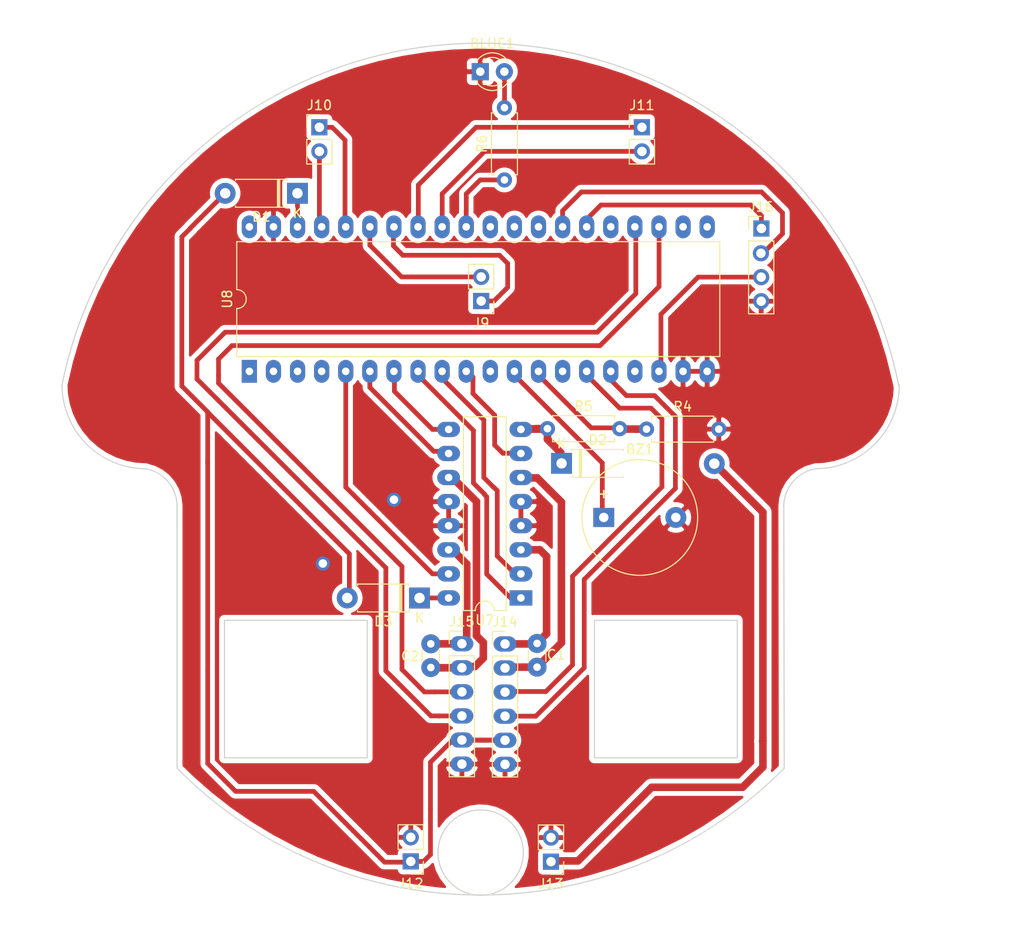
<source format=kicad_pcb>
(kicad_pcb (version 20171130) (host pcbnew 5.1.5-52549c5~84~ubuntu18.04.1)

  (general
    (thickness 1.6)
    (drawings 17)
    (tracks 220)
    (zones 0)
    (modules 20)
    (nets 47)
  )

  (page A4)
  (layers
    (0 F.Cu signal)
    (31 B.Cu signal)
    (32 B.Adhes user)
    (33 F.Adhes user)
    (34 B.Paste user)
    (35 F.Paste user)
    (36 B.SilkS user)
    (37 F.SilkS user)
    (38 B.Mask user)
    (39 F.Mask user)
    (40 Dwgs.User user)
    (41 Cmts.User user)
    (42 Eco1.User user)
    (43 Eco2.User user)
    (44 Edge.Cuts user)
    (45 Margin user)
    (46 B.CrtYd user)
    (47 F.CrtYd user)
    (48 B.Fab user)
    (49 F.Fab user)
  )

  (setup
    (last_trace_width 0.6)
    (user_trace_width 0.5)
    (user_trace_width 0.6)
    (user_trace_width 0.8)
    (user_trace_width 1)
    (trace_clearance 0.2)
    (zone_clearance 0.508)
    (zone_45_only no)
    (trace_min 0.2)
    (via_size 0.8)
    (via_drill 0.4)
    (via_min_size 0.4)
    (via_min_drill 0.3)
    (uvia_size 0.3)
    (uvia_drill 0.1)
    (uvias_allowed no)
    (uvia_min_size 0.2)
    (uvia_min_drill 0.1)
    (edge_width 0.05)
    (segment_width 0.2)
    (pcb_text_width 0.3)
    (pcb_text_size 1.5 1.5)
    (mod_edge_width 0.12)
    (mod_text_size 1 1)
    (mod_text_width 0.15)
    (pad_size 1.7 1.7)
    (pad_drill 1)
    (pad_to_mask_clearance 0.051)
    (solder_mask_min_width 0.25)
    (aux_axis_origin 0 0)
    (visible_elements FFFFF77F)
    (pcbplotparams
      (layerselection 0x010fc_ffffffff)
      (usegerberextensions false)
      (usegerberattributes false)
      (usegerberadvancedattributes false)
      (creategerberjobfile false)
      (excludeedgelayer true)
      (linewidth 0.100000)
      (plotframeref false)
      (viasonmask false)
      (mode 1)
      (useauxorigin false)
      (hpglpennumber 1)
      (hpglpenspeed 20)
      (hpglpendiameter 15.000000)
      (psnegative false)
      (psa4output false)
      (plotreference true)
      (plotvalue true)
      (plotinvisibletext false)
      (padsonsilk false)
      (subtractmaskfromsilk false)
      (outputformat 1)
      (mirror false)
      (drillshape 1)
      (scaleselection 1)
      (outputdirectory ""))
  )

  (net 0 "")
  (net 1 "Net-(BLUE1-Pad2)")
  (net 2 GND)
  (net 3 BUZZ_IN)
  (net 4 "Net-(C1-Pad2)")
  (net 5 "Net-(C1-Pad1)")
  (net 6 "Net-(C2-Pad2)")
  (net 7 "Net-(C2-Pad1)")
  (net 8 "Net-(J9-Pad2)")
  (net 9 "Net-(J9-Pad1)")
  (net 10 "Net-(J10-Pad2)")
  (net 11 "Net-(J10-Pad1)")
  (net 12 "Net-(J11-Pad2)")
  (net 13 "Net-(J11-Pad1)")
  (net 14 +5V)
  (net 15 +12V)
  (net 16 rEn_B)
  (net 17 rEn_A)
  (net 18 lEn_B)
  (net 19 lEn_A)
  (net 20 3V3)
  (net 21 "Net-(J16-Pad2)")
  (net 22 "Net-(J16-Pad1)")
  (net 23 Bat_IN)
  (net 24 LED_IN)
  (net 25 "Net-(U7-Pad15)")
  (net 26 "Net-(U7-Pad7)")
  (net 27 "Net-(U7-Pad10)")
  (net 28 "Net-(U7-Pad2)")
  (net 29 "Net-(U7-Pad9)")
  (net 30 "Net-(U7-Pad1)")
  (net 31 "Net-(U8-Pad1)")
  (net 32 "Net-(U8-Pad2)")
  (net 33 "Net-(U8-Pad3)")
  (net 34 "Net-(U8-Pad4)")
  (net 35 "Net-(U8-Pad7)")
  (net 36 "Net-(U8-Pad32)")
  (net 37 "Net-(U8-Pad33)")
  (net 38 "Net-(U8-Pad16)")
  (net 39 "Net-(U8-Pad19)")
  (net 40 "Net-(U8-Pad38)")
  (net 41 "Net-(D1-Pad1)")
  (net 42 "Net-(U8-Pad29)")
  (net 43 "Net-(U8-Pad26)")
  (net 44 "Net-(U8-Pad25)")
  (net 45 "Net-(D2-Pad2)")
  (net 46 "Net-(D3-Pad1)")

  (net_class Default "This is the default net class."
    (clearance 0.2)
    (trace_width 0.25)
    (via_dia 0.8)
    (via_drill 0.4)
    (uvia_dia 0.3)
    (uvia_drill 0.1)
    (add_net +12V)
    (add_net +5V)
    (add_net 3V3)
    (add_net BUZZ_IN)
    (add_net Bat_IN)
    (add_net GND)
    (add_net LED_IN)
    (add_net "Net-(BLUE1-Pad2)")
    (add_net "Net-(C1-Pad1)")
    (add_net "Net-(C1-Pad2)")
    (add_net "Net-(C2-Pad1)")
    (add_net "Net-(C2-Pad2)")
    (add_net "Net-(D1-Pad1)")
    (add_net "Net-(D2-Pad2)")
    (add_net "Net-(D3-Pad1)")
    (add_net "Net-(J10-Pad1)")
    (add_net "Net-(J10-Pad2)")
    (add_net "Net-(J11-Pad1)")
    (add_net "Net-(J11-Pad2)")
    (add_net "Net-(J16-Pad1)")
    (add_net "Net-(J16-Pad2)")
    (add_net "Net-(J9-Pad1)")
    (add_net "Net-(J9-Pad2)")
    (add_net "Net-(U7-Pad1)")
    (add_net "Net-(U7-Pad10)")
    (add_net "Net-(U7-Pad15)")
    (add_net "Net-(U7-Pad2)")
    (add_net "Net-(U7-Pad7)")
    (add_net "Net-(U7-Pad9)")
    (add_net "Net-(U8-Pad1)")
    (add_net "Net-(U8-Pad16)")
    (add_net "Net-(U8-Pad19)")
    (add_net "Net-(U8-Pad2)")
    (add_net "Net-(U8-Pad25)")
    (add_net "Net-(U8-Pad26)")
    (add_net "Net-(U8-Pad29)")
    (add_net "Net-(U8-Pad3)")
    (add_net "Net-(U8-Pad32)")
    (add_net "Net-(U8-Pad33)")
    (add_net "Net-(U8-Pad38)")
    (add_net "Net-(U8-Pad4)")
    (add_net "Net-(U8-Pad7)")
    (add_net lEn_A)
    (add_net lEn_B)
    (add_net rEn_A)
    (add_net rEn_B)
  )

  (module Diode_THT:D_DO-41_SOD81_P7.62mm_Horizontal (layer F.Cu) (tedit 5AE50CD5) (tstamp 5DEC2DDC)
    (at 145.82648 103.71328 180)
    (descr "Diode, DO-41_SOD81 series, Axial, Horizontal, pin pitch=7.62mm, , length*diameter=5.2*2.7mm^2, , http://www.diodes.com/_files/packages/DO-41%20(Plastic).pdf")
    (tags "Diode DO-41_SOD81 series Axial Horizontal pin pitch 7.62mm  length 5.2mm diameter 2.7mm")
    (path /5DF99B16)
    (fp_text reference D3 (at 3.81 -2.47) (layer F.SilkS)
      (effects (font (size 1 1) (thickness 0.15)))
    )
    (fp_text value D (at 3.81 2.47) (layer F.Fab)
      (effects (font (size 1 1) (thickness 0.15)))
    )
    (fp_text user K (at 0 -2.1) (layer F.SilkS)
      (effects (font (size 1 1) (thickness 0.15)))
    )
    (fp_text user K (at 0 -2.1) (layer F.Fab)
      (effects (font (size 1 1) (thickness 0.15)))
    )
    (fp_text user %R (at 4.2 0) (layer F.Fab)
      (effects (font (size 1 1) (thickness 0.15)))
    )
    (fp_line (start 8.97 -1.6) (end -1.35 -1.6) (layer F.CrtYd) (width 0.05))
    (fp_line (start 8.97 1.6) (end 8.97 -1.6) (layer F.CrtYd) (width 0.05))
    (fp_line (start -1.35 1.6) (end 8.97 1.6) (layer F.CrtYd) (width 0.05))
    (fp_line (start -1.35 -1.6) (end -1.35 1.6) (layer F.CrtYd) (width 0.05))
    (fp_line (start 1.87 -1.47) (end 1.87 1.47) (layer F.SilkS) (width 0.12))
    (fp_line (start 2.11 -1.47) (end 2.11 1.47) (layer F.SilkS) (width 0.12))
    (fp_line (start 1.99 -1.47) (end 1.99 1.47) (layer F.SilkS) (width 0.12))
    (fp_line (start 6.53 1.47) (end 6.53 1.34) (layer F.SilkS) (width 0.12))
    (fp_line (start 1.09 1.47) (end 6.53 1.47) (layer F.SilkS) (width 0.12))
    (fp_line (start 1.09 1.34) (end 1.09 1.47) (layer F.SilkS) (width 0.12))
    (fp_line (start 6.53 -1.47) (end 6.53 -1.34) (layer F.SilkS) (width 0.12))
    (fp_line (start 1.09 -1.47) (end 6.53 -1.47) (layer F.SilkS) (width 0.12))
    (fp_line (start 1.09 -1.34) (end 1.09 -1.47) (layer F.SilkS) (width 0.12))
    (fp_line (start 1.89 -1.35) (end 1.89 1.35) (layer F.Fab) (width 0.1))
    (fp_line (start 2.09 -1.35) (end 2.09 1.35) (layer F.Fab) (width 0.1))
    (fp_line (start 1.99 -1.35) (end 1.99 1.35) (layer F.Fab) (width 0.1))
    (fp_line (start 7.62 0) (end 6.41 0) (layer F.Fab) (width 0.1))
    (fp_line (start 0 0) (end 1.21 0) (layer F.Fab) (width 0.1))
    (fp_line (start 6.41 -1.35) (end 1.21 -1.35) (layer F.Fab) (width 0.1))
    (fp_line (start 6.41 1.35) (end 6.41 -1.35) (layer F.Fab) (width 0.1))
    (fp_line (start 1.21 1.35) (end 6.41 1.35) (layer F.Fab) (width 0.1))
    (fp_line (start 1.21 -1.35) (end 1.21 1.35) (layer F.Fab) (width 0.1))
    (pad 2 thru_hole oval (at 7.62 0 180) (size 2.2 2.2) (drill 1.1) (layers *.Cu *.Mask)
      (net 14 +5V))
    (pad 1 thru_hole rect (at 0 0 180) (size 2.2 2.2) (drill 1.1) (layers *.Cu *.Mask)
      (net 46 "Net-(D3-Pad1)"))
    (model ${KISYS3DMOD}/Diode_THT.3dshapes/D_DO-41_SOD81_P7.62mm_Horizontal.wrl
      (at (xyz 0 0 0))
      (scale (xyz 1 1 1))
      (rotate (xyz 0 0 0))
    )
  )

  (module Diode_THT:D_DO-41_SOD81_P7.62mm_Horizontal (layer F.Cu) (tedit 5AE50CD5) (tstamp 5DEC1A40)
    (at 160.80232 89.51468)
    (descr "Diode, DO-41_SOD81 series, Axial, Horizontal, pin pitch=7.62mm, , length*diameter=5.2*2.7mm^2, , http://www.diodes.com/_files/packages/DO-41%20(Plastic).pdf")
    (tags "Diode DO-41_SOD81 series Axial Horizontal pin pitch 7.62mm  length 5.2mm diameter 2.7mm")
    (path /5DF745E1)
    (fp_text reference D2 (at 3.81 -2.47) (layer F.SilkS)
      (effects (font (size 1 1) (thickness 0.15)))
    )
    (fp_text value D (at 3.81 2.47) (layer F.Fab)
      (effects (font (size 1 1) (thickness 0.15)))
    )
    (fp_text user K (at 0 -2.1) (layer F.SilkS)
      (effects (font (size 1 1) (thickness 0.15)))
    )
    (fp_text user K (at 0 -2.1) (layer F.Fab)
      (effects (font (size 1 1) (thickness 0.15)))
    )
    (fp_text user %R (at 4.2 0) (layer F.Fab)
      (effects (font (size 1 1) (thickness 0.15)))
    )
    (fp_line (start 8.97 -1.6) (end -1.35 -1.6) (layer F.CrtYd) (width 0.05))
    (fp_line (start 8.97 1.6) (end 8.97 -1.6) (layer F.CrtYd) (width 0.05))
    (fp_line (start -1.35 1.6) (end 8.97 1.6) (layer F.CrtYd) (width 0.05))
    (fp_line (start -1.35 -1.6) (end -1.35 1.6) (layer F.CrtYd) (width 0.05))
    (fp_line (start 1.87 -1.47) (end 1.87 1.47) (layer F.SilkS) (width 0.12))
    (fp_line (start 2.11 -1.47) (end 2.11 1.47) (layer F.SilkS) (width 0.12))
    (fp_line (start 1.99 -1.47) (end 1.99 1.47) (layer F.SilkS) (width 0.12))
    (fp_line (start 6.53 1.47) (end 6.53 1.34) (layer F.SilkS) (width 0.12))
    (fp_line (start 1.09 1.47) (end 6.53 1.47) (layer F.SilkS) (width 0.12))
    (fp_line (start 1.09 1.34) (end 1.09 1.47) (layer F.SilkS) (width 0.12))
    (fp_line (start 6.53 -1.47) (end 6.53 -1.34) (layer F.SilkS) (width 0.12))
    (fp_line (start 1.09 -1.47) (end 6.53 -1.47) (layer F.SilkS) (width 0.12))
    (fp_line (start 1.09 -1.34) (end 1.09 -1.47) (layer F.SilkS) (width 0.12))
    (fp_line (start 1.89 -1.35) (end 1.89 1.35) (layer F.Fab) (width 0.1))
    (fp_line (start 2.09 -1.35) (end 2.09 1.35) (layer F.Fab) (width 0.1))
    (fp_line (start 1.99 -1.35) (end 1.99 1.35) (layer F.Fab) (width 0.1))
    (fp_line (start 7.62 0) (end 6.41 0) (layer F.Fab) (width 0.1))
    (fp_line (start 0 0) (end 1.21 0) (layer F.Fab) (width 0.1))
    (fp_line (start 6.41 -1.35) (end 1.21 -1.35) (layer F.Fab) (width 0.1))
    (fp_line (start 6.41 1.35) (end 6.41 -1.35) (layer F.Fab) (width 0.1))
    (fp_line (start 1.21 1.35) (end 6.41 1.35) (layer F.Fab) (width 0.1))
    (fp_line (start 1.21 -1.35) (end 1.21 1.35) (layer F.Fab) (width 0.1))
    (pad 2 thru_hole oval (at 16.09852 0.0254) (size 2.2 2.2) (drill 1.1) (layers *.Cu *.Mask)
      (net 45 "Net-(D2-Pad2)"))
    (pad 1 thru_hole rect (at 0 0) (size 2.2 2.2) (drill 1.1) (layers *.Cu *.Mask)
      (net 15 +12V))
    (model ${KISYS3DMOD}/Diode_THT.3dshapes/D_DO-41_SOD81_P7.62mm_Horizontal.wrl
      (at (xyz 0 0 0))
      (scale (xyz 1 1 1))
      (rotate (xyz 0 0 0))
    )
  )

  (module Diode_THT:D_DO-41_SOD81_P7.62mm_Horizontal (layer F.Cu) (tedit 5AE50CD5) (tstamp 5DEBBA89)
    (at 132.95884 61.02604 180)
    (descr "Diode, DO-41_SOD81 series, Axial, Horizontal, pin pitch=7.62mm, , length*diameter=5.2*2.7mm^2, , http://www.diodes.com/_files/packages/DO-41%20(Plastic).pdf")
    (tags "Diode DO-41_SOD81 series Axial Horizontal pin pitch 7.62mm  length 5.2mm diameter 2.7mm")
    (path /5DEC3942)
    (fp_text reference D1 (at 3.81 -2.47) (layer F.SilkS)
      (effects (font (size 1 1) (thickness 0.15)))
    )
    (fp_text value D (at 3.81 2.47) (layer F.Fab)
      (effects (font (size 1 1) (thickness 0.15)))
    )
    (fp_text user K (at 0 -2.1) (layer F.SilkS)
      (effects (font (size 1 1) (thickness 0.15)))
    )
    (fp_text user K (at 0 -2.1) (layer F.Fab)
      (effects (font (size 1 1) (thickness 0.15)))
    )
    (fp_text user %R (at 4.50596 0.13716) (layer F.Fab)
      (effects (font (size 1 1) (thickness 0.15)))
    )
    (fp_line (start 8.97 -1.6) (end -1.35 -1.6) (layer F.CrtYd) (width 0.05))
    (fp_line (start 8.97 1.6) (end 8.97 -1.6) (layer F.CrtYd) (width 0.05))
    (fp_line (start -1.35 1.6) (end 8.97 1.6) (layer F.CrtYd) (width 0.05))
    (fp_line (start -1.35 -1.6) (end -1.35 1.6) (layer F.CrtYd) (width 0.05))
    (fp_line (start 1.87 -1.47) (end 1.87 1.47) (layer F.SilkS) (width 0.12))
    (fp_line (start 2.11 -1.47) (end 2.11 1.47) (layer F.SilkS) (width 0.12))
    (fp_line (start 1.99 -1.47) (end 1.99 1.47) (layer F.SilkS) (width 0.12))
    (fp_line (start 6.53 1.47) (end 6.53 1.34) (layer F.SilkS) (width 0.12))
    (fp_line (start 1.09 1.47) (end 6.53 1.47) (layer F.SilkS) (width 0.12))
    (fp_line (start 1.09 1.34) (end 1.09 1.47) (layer F.SilkS) (width 0.12))
    (fp_line (start 6.53 -1.47) (end 6.53 -1.34) (layer F.SilkS) (width 0.12))
    (fp_line (start 1.09 -1.47) (end 6.53 -1.47) (layer F.SilkS) (width 0.12))
    (fp_line (start 1.09 -1.34) (end 1.09 -1.47) (layer F.SilkS) (width 0.12))
    (fp_line (start 1.89 -1.35) (end 1.89 1.35) (layer F.Fab) (width 0.1))
    (fp_line (start 2.09 -1.35) (end 2.09 1.35) (layer F.Fab) (width 0.1))
    (fp_line (start 1.99 -1.35) (end 1.99 1.35) (layer F.Fab) (width 0.1))
    (fp_line (start 7.62 0) (end 6.41 0) (layer F.Fab) (width 0.1))
    (fp_line (start 0 0) (end 1.21 0) (layer F.Fab) (width 0.1))
    (fp_line (start 6.41 -1.35) (end 1.21 -1.35) (layer F.Fab) (width 0.1))
    (fp_line (start 6.41 1.35) (end 6.41 -1.35) (layer F.Fab) (width 0.1))
    (fp_line (start 1.21 1.35) (end 6.41 1.35) (layer F.Fab) (width 0.1))
    (fp_line (start 1.21 -1.35) (end 1.21 1.35) (layer F.Fab) (width 0.1))
    (pad 2 thru_hole oval (at 7.62 0 180) (size 2.2 2.2) (drill 1.1) (layers *.Cu *.Mask)
      (net 14 +5V))
    (pad 1 thru_hole rect (at 0 0 180) (size 2.2 2.2) (drill 1.1) (layers *.Cu *.Mask)
      (net 41 "Net-(D1-Pad1)"))
    (model ${KISYS3DMOD}/Diode_THT.3dshapes/D_DO-41_SOD81_P7.62mm_Horizontal.wrl
      (at (xyz 0 0 0))
      (scale (xyz 1 1 1))
      (rotate (xyz 0 0 0))
    )
  )

  (module Connector_PinHeader_2.54mm:PinHeader_1x06_P2.54mm_Vertical (layer F.Cu) (tedit 5DEB64E1) (tstamp 5DEB68BD)
    (at 150.2918 108.5342)
    (descr "Through hole straight pin header, 1x06, 2.54mm pitch, single row")
    (tags "Through hole pin header THT 1x06 2.54mm single row")
    (path /5DF08463)
    (fp_text reference J15 (at 0 -2.33 180) (layer F.SilkS)
      (effects (font (size 1 1) (thickness 0.15)))
    )
    (fp_text value Motor_LEFT (at 0 15.03 180) (layer F.Fab)
      (effects (font (size 1 1) (thickness 0.15)))
    )
    (fp_text user %R (at 0 6.35 270) (layer F.Fab)
      (effects (font (size 1 1) (thickness 0.15)))
    )
    (fp_line (start 1.8 -1.8) (end -1.8 -1.8) (layer F.CrtYd) (width 0.05))
    (fp_line (start 1.8 14.5) (end 1.8 -1.8) (layer F.CrtYd) (width 0.05))
    (fp_line (start -1.8 14.5) (end 1.8 14.5) (layer F.CrtYd) (width 0.05))
    (fp_line (start -1.8 -1.8) (end -1.8 14.5) (layer F.CrtYd) (width 0.05))
    (fp_line (start -1.33 -1.33) (end 0 -1.33) (layer F.SilkS) (width 0.12))
    (fp_line (start -1.33 0) (end -1.33 -1.33) (layer F.SilkS) (width 0.12))
    (fp_line (start -1.33 1.27) (end 1.33 1.27) (layer F.SilkS) (width 0.12))
    (fp_line (start 1.33 1.27) (end 1.33 14.03) (layer F.SilkS) (width 0.12))
    (fp_line (start -1.33 1.27) (end -1.33 14.03) (layer F.SilkS) (width 0.12))
    (fp_line (start -1.33 14.03) (end 1.33 14.03) (layer F.SilkS) (width 0.12))
    (fp_line (start -1.27 -0.635) (end -0.635 -1.27) (layer F.Fab) (width 0.1))
    (fp_line (start -1.27 13.97) (end -1.27 -0.635) (layer F.Fab) (width 0.1))
    (fp_line (start 1.27 13.97) (end -1.27 13.97) (layer F.Fab) (width 0.1))
    (fp_line (start 1.27 -1.27) (end 1.27 13.97) (layer F.Fab) (width 0.1))
    (fp_line (start -0.635 -1.27) (end 1.27 -1.27) (layer F.Fab) (width 0.1))
    (pad 6 thru_hole oval (at 0 12.7) (size 2.4 1.6) (drill 1) (layers *.Cu *.Mask)
      (net 2 GND))
    (pad 5 thru_hole oval (at 0 10.16) (size 2.4 1.6) (drill 1) (layers *.Cu *.Mask)
      (net 14 +5V))
    (pad 4 thru_hole oval (at 0 7.62) (size 2.4 1.6) (drill 1) (layers *.Cu *.Mask)
      (net 18 lEn_B))
    (pad 3 thru_hole oval (at 0 5.08) (size 2.4 1.6) (drill 1) (layers *.Cu *.Mask)
      (net 19 lEn_A))
    (pad 2 thru_hole oval (at 0 2.54) (size 2.4 1.6) (drill 1) (layers *.Cu *.Mask)
      (net 6 "Net-(C2-Pad2)"))
    (pad 1 thru_hole oval (at 0 0) (size 2.4 1.6) (drill 1) (layers *.Cu *.Mask)
      (net 7 "Net-(C2-Pad1)"))
    (model ${KISYS3DMOD}/Connector_PinHeader_2.54mm.3dshapes/PinHeader_1x06_P2.54mm_Vertical.wrl
      (at (xyz 0 0 0))
      (scale (xyz 1 1 1))
      (rotate (xyz 0 0 0))
    )
  )

  (module Package_DIP:DIP-16_W7.62mm_LongPads (layer F.Cu) (tedit 5A02E8C5) (tstamp 5DEBB8CF)
    (at 156.5148 103.7082 180)
    (descr "16-lead though-hole mounted DIP package, row spacing 7.62 mm (300 mils), LongPads")
    (tags "THT DIP DIL PDIP 2.54mm 7.62mm 300mil LongPads")
    (path /5DE7B8CF)
    (fp_text reference U7 (at 3.81 -2.33) (layer F.SilkS)
      (effects (font (size 1 1) (thickness 0.15)))
    )
    (fp_text value L293D (at 3.81 20.11) (layer F.Fab)
      (effects (font (size 1 1) (thickness 0.15)))
    )
    (fp_text user %R (at 3.81 8.89) (layer F.Fab)
      (effects (font (size 1 1) (thickness 0.15)))
    )
    (fp_line (start 9.1 -1.55) (end -1.45 -1.55) (layer F.CrtYd) (width 0.05))
    (fp_line (start 9.1 19.3) (end 9.1 -1.55) (layer F.CrtYd) (width 0.05))
    (fp_line (start -1.45 19.3) (end 9.1 19.3) (layer F.CrtYd) (width 0.05))
    (fp_line (start -1.45 -1.55) (end -1.45 19.3) (layer F.CrtYd) (width 0.05))
    (fp_line (start 6.06 -1.33) (end 4.81 -1.33) (layer F.SilkS) (width 0.12))
    (fp_line (start 6.06 19.11) (end 6.06 -1.33) (layer F.SilkS) (width 0.12))
    (fp_line (start 1.56 19.11) (end 6.06 19.11) (layer F.SilkS) (width 0.12))
    (fp_line (start 1.56 -1.33) (end 1.56 19.11) (layer F.SilkS) (width 0.12))
    (fp_line (start 2.81 -1.33) (end 1.56 -1.33) (layer F.SilkS) (width 0.12))
    (fp_line (start 0.635 -0.27) (end 1.635 -1.27) (layer F.Fab) (width 0.1))
    (fp_line (start 0.635 19.05) (end 0.635 -0.27) (layer F.Fab) (width 0.1))
    (fp_line (start 6.985 19.05) (end 0.635 19.05) (layer F.Fab) (width 0.1))
    (fp_line (start 6.985 -1.27) (end 6.985 19.05) (layer F.Fab) (width 0.1))
    (fp_line (start 1.635 -1.27) (end 6.985 -1.27) (layer F.Fab) (width 0.1))
    (fp_arc (start 3.81 -1.33) (end 2.81 -1.33) (angle -180) (layer F.SilkS) (width 0.12))
    (pad 16 thru_hole oval (at 7.62 0 180) (size 2.4 1.6) (drill 0.8) (layers *.Cu *.Mask)
      (net 46 "Net-(D3-Pad1)"))
    (pad 8 thru_hole oval (at 0 17.78 180) (size 2.4 1.6) (drill 0.8) (layers *.Cu *.Mask)
      (net 15 +12V))
    (pad 15 thru_hole oval (at 7.62 2.54 180) (size 2.4 1.6) (drill 0.8) (layers *.Cu *.Mask)
      (net 25 "Net-(U7-Pad15)"))
    (pad 7 thru_hole oval (at 0 15.24 180) (size 2.4 1.6) (drill 0.8) (layers *.Cu *.Mask)
      (net 26 "Net-(U7-Pad7)"))
    (pad 14 thru_hole oval (at 7.62 5.08 180) (size 2.4 1.6) (drill 0.8) (layers *.Cu *.Mask)
      (net 7 "Net-(C2-Pad1)"))
    (pad 6 thru_hole oval (at 0 12.7 180) (size 2.4 1.6) (drill 0.8) (layers *.Cu *.Mask)
      (net 4 "Net-(C1-Pad2)"))
    (pad 13 thru_hole oval (at 7.62 7.62 180) (size 2.4 1.6) (drill 0.8) (layers *.Cu *.Mask)
      (net 2 GND))
    (pad 5 thru_hole oval (at 0 10.16 180) (size 2.4 1.6) (drill 0.8) (layers *.Cu *.Mask)
      (net 2 GND))
    (pad 12 thru_hole oval (at 7.62 10.16 180) (size 2.4 1.6) (drill 0.8) (layers *.Cu *.Mask)
      (net 2 GND))
    (pad 4 thru_hole oval (at 0 7.62 180) (size 2.4 1.6) (drill 0.8) (layers *.Cu *.Mask)
      (net 2 GND))
    (pad 11 thru_hole oval (at 7.62 12.7 180) (size 2.4 1.6) (drill 0.8) (layers *.Cu *.Mask)
      (net 6 "Net-(C2-Pad2)"))
    (pad 3 thru_hole oval (at 0 5.08 180) (size 2.4 1.6) (drill 0.8) (layers *.Cu *.Mask)
      (net 5 "Net-(C1-Pad1)"))
    (pad 10 thru_hole oval (at 7.62 15.24 180) (size 2.4 1.6) (drill 0.8) (layers *.Cu *.Mask)
      (net 27 "Net-(U7-Pad10)"))
    (pad 2 thru_hole oval (at 0 2.54 180) (size 2.4 1.6) (drill 0.8) (layers *.Cu *.Mask)
      (net 28 "Net-(U7-Pad2)"))
    (pad 9 thru_hole oval (at 7.62 17.78 180) (size 2.4 1.6) (drill 0.8) (layers *.Cu *.Mask)
      (net 29 "Net-(U7-Pad9)"))
    (pad 1 thru_hole rect (at 0 0 180) (size 2.4 1.6) (drill 0.8) (layers *.Cu *.Mask)
      (net 30 "Net-(U7-Pad1)"))
    (model ${KISYS3DMOD}/Package_DIP.3dshapes/DIP-16_W7.62mm.wrl
      (at (xyz 0 0 0))
      (scale (xyz 1 1 1))
      (rotate (xyz 0 0 0))
    )
  )

  (module Connector_PinHeader_2.54mm:PinHeader_1x06_P2.54mm_Vertical (layer F.Cu) (tedit 5DEB6526) (tstamp 5DEBB7E7)
    (at 154.8384 108.5596)
    (descr "Through hole straight pin header, 1x06, 2.54mm pitch, single row")
    (tags "Through hole pin header THT 1x06 2.54mm single row")
    (path /5DF07D5E)
    (fp_text reference J14 (at 0 -2.33) (layer F.SilkS)
      (effects (font (size 1 1) (thickness 0.15)))
    )
    (fp_text value Motor_RIGHT (at 0 15.03) (layer F.Fab)
      (effects (font (size 1 1) (thickness 0.15)))
    )
    (fp_text user %R (at 0 6.35 90) (layer F.Fab)
      (effects (font (size 1 1) (thickness 0.15)))
    )
    (fp_line (start 1.8 -1.8) (end -1.8 -1.8) (layer F.CrtYd) (width 0.05))
    (fp_line (start 1.8 14.5) (end 1.8 -1.8) (layer F.CrtYd) (width 0.05))
    (fp_line (start -1.8 14.5) (end 1.8 14.5) (layer F.CrtYd) (width 0.05))
    (fp_line (start -1.8 -1.8) (end -1.8 14.5) (layer F.CrtYd) (width 0.05))
    (fp_line (start -1.33 -1.33) (end 0 -1.33) (layer F.SilkS) (width 0.12))
    (fp_line (start -1.33 0) (end -1.33 -1.33) (layer F.SilkS) (width 0.12))
    (fp_line (start -1.33 1.27) (end 1.33 1.27) (layer F.SilkS) (width 0.12))
    (fp_line (start 1.33 1.27) (end 1.33 14.03) (layer F.SilkS) (width 0.12))
    (fp_line (start -1.33 1.27) (end -1.33 14.03) (layer F.SilkS) (width 0.12))
    (fp_line (start -1.33 14.03) (end 1.33 14.03) (layer F.SilkS) (width 0.12))
    (fp_line (start -1.27 -0.635) (end -0.635 -1.27) (layer F.Fab) (width 0.1))
    (fp_line (start -1.27 13.97) (end -1.27 -0.635) (layer F.Fab) (width 0.1))
    (fp_line (start 1.27 13.97) (end -1.27 13.97) (layer F.Fab) (width 0.1))
    (fp_line (start 1.27 -1.27) (end 1.27 13.97) (layer F.Fab) (width 0.1))
    (fp_line (start -0.635 -1.27) (end 1.27 -1.27) (layer F.Fab) (width 0.1))
    (pad 6 thru_hole oval (at 0 12.7) (size 2.4 1.6) (drill 1) (layers *.Cu *.Mask)
      (net 2 GND))
    (pad 5 thru_hole oval (at 0 10.16) (size 2.4 1.6) (drill 1) (layers *.Cu *.Mask)
      (net 14 +5V))
    (pad 4 thru_hole oval (at 0 7.62) (size 2.4 1.6) (drill 1) (layers *.Cu *.Mask)
      (net 16 rEn_B))
    (pad 3 thru_hole oval (at 0 5.08) (size 2.4 1.6) (drill 1) (layers *.Cu *.Mask)
      (net 17 rEn_A))
    (pad 2 thru_hole oval (at 0 2.54) (size 2.4 1.6) (drill 1) (layers *.Cu *.Mask)
      (net 4 "Net-(C1-Pad2)"))
    (pad 1 thru_hole oval (at 0 0) (size 2.4 1.6) (drill 1) (layers *.Cu *.Mask)
      (net 5 "Net-(C1-Pad1)"))
    (model ${KISYS3DMOD}/Connector_PinHeader_2.54mm.3dshapes/PinHeader_1x06_P2.54mm_Vertical.wrl
      (at (xyz 0 0 0))
      (scale (xyz 1 1 1))
      (rotate (xyz 0 0 0))
    )
  )

  (module Buzzer_Beeper:Buzzer_12x9.5RM7.6 (layer F.Cu) (tedit 5DEB668F) (tstamp 5DEBB6F0)
    (at 165.24732 95.21952)
    (descr "Generic Buzzer, D12mm height 9.5mm with RM7.6mm")
    (tags buzzer)
    (path /5DE7E6F0)
    (fp_text reference BZ1 (at 3.8 -7.2) (layer F.SilkS)
      (effects (font (size 1 1) (thickness 0.15)))
    )
    (fp_text value Buzzer (at 3.8 7.4) (layer F.Fab)
      (effects (font (size 1 1) (thickness 0.15)))
    )
    (fp_circle (center 3.8 0) (end 9.9 0) (layer F.SilkS) (width 0.12))
    (fp_circle (center 3.8 0) (end 4.8 0) (layer F.Fab) (width 0.1))
    (fp_circle (center 3.8 0) (end 9.8 0) (layer F.Fab) (width 0.1))
    (fp_circle (center 3.8 0) (end 10.05 0) (layer F.CrtYd) (width 0.05))
    (fp_text user %R (at 3.8 -4) (layer F.Fab)
      (effects (font (size 1 1) (thickness 0.15)))
    )
    (fp_text user + (at -0.01 -2.54) (layer F.SilkS)
      (effects (font (size 1 1) (thickness 0.15)))
    )
    (fp_text user + (at -0.01 -2.54) (layer F.Fab)
      (effects (font (size 1 1) (thickness 0.15)))
    )
    (pad 2 thru_hole circle (at 7.6 0) (size 2.2 2.2) (drill 1) (layers *.Cu *.Mask)
      (net 2 GND))
    (pad 1 thru_hole rect (at 0 0) (size 2.2 2) (drill 1) (layers *.Cu *.Mask)
      (net 3 BUZZ_IN))
    (model ${KISYS3DMOD}/Buzzer_Beeper.3dshapes/Buzzer_12x9.5RM7.6.wrl
      (at (xyz 0 0 0))
      (scale (xyz 1 1 1))
      (rotate (xyz 0 0 0))
    )
  )

  (module LED_THT:LED_D3.0mm (layer F.Cu) (tedit 587A3A7B) (tstamp 5DEBB6E3)
    (at 152.23 48.2)
    (descr "LED, diameter 3.0mm, 2 pins")
    (tags "LED diameter 3.0mm 2 pins")
    (path /5DE7FED4)
    (fp_text reference BLUE1 (at 1.27 -2.96) (layer F.SilkS)
      (effects (font (size 1 1) (thickness 0.15)))
    )
    (fp_text value LED (at -2.5224 -1.47924) (layer F.Fab)
      (effects (font (size 1 1) (thickness 0.15)))
    )
    (fp_line (start 3.7 -2.25) (end -1.15 -2.25) (layer F.CrtYd) (width 0.05))
    (fp_line (start 3.7 2.25) (end 3.7 -2.25) (layer F.CrtYd) (width 0.05))
    (fp_line (start -1.15 2.25) (end 3.7 2.25) (layer F.CrtYd) (width 0.05))
    (fp_line (start -1.15 -2.25) (end -1.15 2.25) (layer F.CrtYd) (width 0.05))
    (fp_line (start -0.29 1.08) (end -0.29 1.236) (layer F.SilkS) (width 0.12))
    (fp_line (start -0.29 -1.236) (end -0.29 -1.08) (layer F.SilkS) (width 0.12))
    (fp_line (start -0.23 -1.16619) (end -0.23 1.16619) (layer F.Fab) (width 0.1))
    (fp_circle (center 1.27 0) (end 2.77 0) (layer F.Fab) (width 0.1))
    (fp_arc (start 1.27 0) (end 0.229039 1.08) (angle -87.9) (layer F.SilkS) (width 0.12))
    (fp_arc (start 1.27 0) (end 0.229039 -1.08) (angle 87.9) (layer F.SilkS) (width 0.12))
    (fp_arc (start 1.27 0) (end -0.29 1.235516) (angle -108.8) (layer F.SilkS) (width 0.12))
    (fp_arc (start 1.27 0) (end -0.29 -1.235516) (angle 108.8) (layer F.SilkS) (width 0.12))
    (fp_arc (start 1.27 0) (end -0.23 -1.16619) (angle 284.3) (layer F.Fab) (width 0.1))
    (pad 2 thru_hole circle (at 2.54 0) (size 1.8 1.8) (drill 0.9) (layers *.Cu *.Mask)
      (net 1 "Net-(BLUE1-Pad2)"))
    (pad 1 thru_hole rect (at 0 0) (size 1.8 1.8) (drill 0.9) (layers *.Cu *.Mask)
      (net 2 GND))
    (model ${KISYS3DMOD}/LED_THT.3dshapes/LED_D3.0mm.wrl
      (at (xyz 0 0 0))
      (scale (xyz 1 1 1))
      (rotate (xyz 0 0 0))
    )
  )

  (module Capacitor_THT:C_Disc_D3.0mm_W1.6mm_P2.50mm (layer F.Cu) (tedit 5DEB65CD) (tstamp 5DEBB701)
    (at 158.2166 108.5088 270)
    (descr "C, Disc series, Radial, pin pitch=2.50mm, , diameter*width=3.0*1.6mm^2, Capacitor, http://www.vishay.com/docs/45233/krseries.pdf")
    (tags "C Disc series Radial pin pitch 2.50mm  diameter 3.0mm width 1.6mm Capacitor")
    (path /5E041489)
    (fp_text reference C1 (at 1.1938 -2.0066 180) (layer F.SilkS)
      (effects (font (size 1 1) (thickness 0.15)))
    )
    (fp_text value C_Small (at -1.778 -1.4478 180) (layer F.Fab)
      (effects (font (size 1 1) (thickness 0.15)))
    )
    (fp_text user %R (at 1.25 0 90) (layer F.Fab)
      (effects (font (size 0.6 0.6) (thickness 0.09)))
    )
    (fp_line (start 3.55 -1.05) (end -1.05 -1.05) (layer F.CrtYd) (width 0.05))
    (fp_line (start 3.55 1.05) (end 3.55 -1.05) (layer F.CrtYd) (width 0.05))
    (fp_line (start -1.05 1.05) (end 3.55 1.05) (layer F.CrtYd) (width 0.05))
    (fp_line (start -1.05 -1.05) (end -1.05 1.05) (layer F.CrtYd) (width 0.05))
    (fp_line (start 0.621 0.92) (end 1.879 0.92) (layer F.SilkS) (width 0.12))
    (fp_line (start 0.621 -0.92) (end 1.879 -0.92) (layer F.SilkS) (width 0.12))
    (fp_line (start 2.75 -0.8) (end -0.25 -0.8) (layer F.Fab) (width 0.1))
    (fp_line (start 2.75 0.8) (end 2.75 -0.8) (layer F.Fab) (width 0.1))
    (fp_line (start -0.25 0.8) (end 2.75 0.8) (layer F.Fab) (width 0.1))
    (fp_line (start -0.25 -0.8) (end -0.25 0.8) (layer F.Fab) (width 0.1))
    (pad 2 thru_hole circle (at 2.5 0 270) (size 2 2) (drill 0.8) (layers *.Cu *.Mask)
      (net 4 "Net-(C1-Pad2)"))
    (pad 1 thru_hole circle (at 0 0 270) (size 2 2) (drill 0.8) (layers *.Cu *.Mask)
      (net 5 "Net-(C1-Pad1)"))
    (model ${KISYS3DMOD}/Capacitor_THT.3dshapes/C_Disc_D3.0mm_W1.6mm_P2.50mm.wrl
      (at (xyz 0 0 0))
      (scale (xyz 1 1 1))
      (rotate (xyz 0 0 0))
    )
  )

  (module Capacitor_THT:C_Disc_D3.0mm_W1.6mm_P2.50mm (layer F.Cu) (tedit 5DEB6649) (tstamp 5DEBB712)
    (at 147.0152 108.5488 270)
    (descr "C, Disc series, Radial, pin pitch=2.50mm, , diameter*width=3.0*1.6mm^2, Capacitor, http://www.vishay.com/docs/45233/krseries.pdf")
    (tags "C Disc series Radial pin pitch 2.50mm  diameter 3.0mm width 1.6mm Capacitor")
    (path /5E04E775)
    (fp_text reference C2 (at 1.3062 2.159 180) (layer F.SilkS)
      (effects (font (size 1 1) (thickness 0.15)))
    )
    (fp_text value C_Small (at -1.8796 1.3208 180) (layer F.Fab)
      (effects (font (size 1 1) (thickness 0.15)))
    )
    (fp_text user %R (at 1.25 0 90) (layer F.Fab)
      (effects (font (size 0.6 0.6) (thickness 0.09)))
    )
    (fp_line (start 3.55 -1.05) (end -1.05 -1.05) (layer F.CrtYd) (width 0.05))
    (fp_line (start 3.55 1.05) (end 3.55 -1.05) (layer F.CrtYd) (width 0.05))
    (fp_line (start -1.05 1.05) (end 3.55 1.05) (layer F.CrtYd) (width 0.05))
    (fp_line (start -1.05 -1.05) (end -1.05 1.05) (layer F.CrtYd) (width 0.05))
    (fp_line (start 0.621 0.92) (end 1.879 0.92) (layer F.SilkS) (width 0.12))
    (fp_line (start 0.621 -0.92) (end 1.879 -0.92) (layer F.SilkS) (width 0.12))
    (fp_line (start 2.75 -0.8) (end -0.25 -0.8) (layer F.Fab) (width 0.1))
    (fp_line (start 2.75 0.8) (end 2.75 -0.8) (layer F.Fab) (width 0.1))
    (fp_line (start -0.25 0.8) (end 2.75 0.8) (layer F.Fab) (width 0.1))
    (fp_line (start -0.25 -0.8) (end -0.25 0.8) (layer F.Fab) (width 0.1))
    (pad 2 thru_hole circle (at 2.5 0 270) (size 2 2) (drill 0.8) (layers *.Cu *.Mask)
      (net 6 "Net-(C2-Pad2)"))
    (pad 1 thru_hole circle (at 0 0 270) (size 2 2) (drill 0.8) (layers *.Cu *.Mask)
      (net 7 "Net-(C2-Pad1)"))
    (model ${KISYS3DMOD}/Capacitor_THT.3dshapes/C_Disc_D3.0mm_W1.6mm_P2.50mm.wrl
      (at (xyz 0 0 0))
      (scale (xyz 1 1 1))
      (rotate (xyz 0 0 0))
    )
  )

  (module Connector_PinHeader_2.54mm:PinHeader_1x02_P2.54mm_Vertical (layer F.Cu) (tedit 59FED5CC) (tstamp 5DEBB728)
    (at 152.3238 72.39 180)
    (descr "Through hole straight pin header, 1x02, 2.54mm pitch, single row")
    (tags "Through hole pin header THT 1x02 2.54mm single row")
    (path /5DECF9BB)
    (fp_text reference J9 (at 0 -2.33) (layer F.SilkS)
      (effects (font (size 1 1) (thickness 0.15)))
    )
    (fp_text value I2C (at 0 4.87) (layer F.Fab)
      (effects (font (size 1 1) (thickness 0.15)))
    )
    (fp_text user %R (at 0 1.27 90) (layer F.Fab)
      (effects (font (size 1 1) (thickness 0.15)))
    )
    (fp_line (start 1.8 -1.8) (end -1.8 -1.8) (layer F.CrtYd) (width 0.05))
    (fp_line (start 1.8 4.35) (end 1.8 -1.8) (layer F.CrtYd) (width 0.05))
    (fp_line (start -1.8 4.35) (end 1.8 4.35) (layer F.CrtYd) (width 0.05))
    (fp_line (start -1.8 -1.8) (end -1.8 4.35) (layer F.CrtYd) (width 0.05))
    (fp_line (start -1.33 -1.33) (end 0 -1.33) (layer F.SilkS) (width 0.12))
    (fp_line (start -1.33 0) (end -1.33 -1.33) (layer F.SilkS) (width 0.12))
    (fp_line (start -1.33 1.27) (end 1.33 1.27) (layer F.SilkS) (width 0.12))
    (fp_line (start 1.33 1.27) (end 1.33 3.87) (layer F.SilkS) (width 0.12))
    (fp_line (start -1.33 1.27) (end -1.33 3.87) (layer F.SilkS) (width 0.12))
    (fp_line (start -1.33 3.87) (end 1.33 3.87) (layer F.SilkS) (width 0.12))
    (fp_line (start -1.27 -0.635) (end -0.635 -1.27) (layer F.Fab) (width 0.1))
    (fp_line (start -1.27 3.81) (end -1.27 -0.635) (layer F.Fab) (width 0.1))
    (fp_line (start 1.27 3.81) (end -1.27 3.81) (layer F.Fab) (width 0.1))
    (fp_line (start 1.27 -1.27) (end 1.27 3.81) (layer F.Fab) (width 0.1))
    (fp_line (start -0.635 -1.27) (end 1.27 -1.27) (layer F.Fab) (width 0.1))
    (pad 2 thru_hole oval (at 0 2.54 180) (size 1.7 1.7) (drill 1) (layers *.Cu *.Mask)
      (net 8 "Net-(J9-Pad2)"))
    (pad 1 thru_hole rect (at 0 0 180) (size 1.7 1.7) (drill 1) (layers *.Cu *.Mask)
      (net 9 "Net-(J9-Pad1)"))
    (model ${KISYS3DMOD}/Connector_PinHeader_2.54mm.3dshapes/PinHeader_1x02_P2.54mm_Vertical.wrl
      (at (xyz 0 0 0))
      (scale (xyz 1 1 1))
      (rotate (xyz 0 0 0))
    )
  )

  (module Connector_PinHeader_2.54mm:PinHeader_1x02_P2.54mm_Vertical (layer F.Cu) (tedit 59FED5CC) (tstamp 5DEBB73E)
    (at 135.271 54.0686)
    (descr "Through hole straight pin header, 1x02, 2.54mm pitch, single row")
    (tags "Through hole pin header THT 1x02 2.54mm single row")
    (path /5DED6D1E)
    (fp_text reference J10 (at 0 -2.33) (layer F.SilkS)
      (effects (font (size 1 1) (thickness 0.15)))
    )
    (fp_text value X1X2 (at 0 4.87) (layer F.Fab)
      (effects (font (size 1 1) (thickness 0.15)))
    )
    (fp_text user %R (at 0 1.27 90) (layer F.Fab)
      (effects (font (size 1 1) (thickness 0.15)))
    )
    (fp_line (start 1.8 -1.8) (end -1.8 -1.8) (layer F.CrtYd) (width 0.05))
    (fp_line (start 1.8 4.35) (end 1.8 -1.8) (layer F.CrtYd) (width 0.05))
    (fp_line (start -1.8 4.35) (end 1.8 4.35) (layer F.CrtYd) (width 0.05))
    (fp_line (start -1.8 -1.8) (end -1.8 4.35) (layer F.CrtYd) (width 0.05))
    (fp_line (start -1.33 -1.33) (end 0 -1.33) (layer F.SilkS) (width 0.12))
    (fp_line (start -1.33 0) (end -1.33 -1.33) (layer F.SilkS) (width 0.12))
    (fp_line (start -1.33 1.27) (end 1.33 1.27) (layer F.SilkS) (width 0.12))
    (fp_line (start 1.33 1.27) (end 1.33 3.87) (layer F.SilkS) (width 0.12))
    (fp_line (start -1.33 1.27) (end -1.33 3.87) (layer F.SilkS) (width 0.12))
    (fp_line (start -1.33 3.87) (end 1.33 3.87) (layer F.SilkS) (width 0.12))
    (fp_line (start -1.27 -0.635) (end -0.635 -1.27) (layer F.Fab) (width 0.1))
    (fp_line (start -1.27 3.81) (end -1.27 -0.635) (layer F.Fab) (width 0.1))
    (fp_line (start 1.27 3.81) (end -1.27 3.81) (layer F.Fab) (width 0.1))
    (fp_line (start 1.27 -1.27) (end 1.27 3.81) (layer F.Fab) (width 0.1))
    (fp_line (start -0.635 -1.27) (end 1.27 -1.27) (layer F.Fab) (width 0.1))
    (pad 2 thru_hole oval (at 0 2.54) (size 1.7 1.7) (drill 1) (layers *.Cu *.Mask)
      (net 10 "Net-(J10-Pad2)"))
    (pad 1 thru_hole rect (at 0 0) (size 1.7 1.7) (drill 1) (layers *.Cu *.Mask)
      (net 11 "Net-(J10-Pad1)"))
    (model ${KISYS3DMOD}/Connector_PinHeader_2.54mm.3dshapes/PinHeader_1x02_P2.54mm_Vertical.wrl
      (at (xyz 0 0 0))
      (scale (xyz 1 1 1))
      (rotate (xyz 0 0 0))
    )
  )

  (module Connector_PinHeader_2.54mm:PinHeader_1x02_P2.54mm_Vertical (layer F.Cu) (tedit 59FED5CC) (tstamp 5DEBB754)
    (at 169.271 54.0686)
    (descr "Through hole straight pin header, 1x02, 2.54mm pitch, single row")
    (tags "Through hole pin header THT 1x02 2.54mm single row")
    (path /5DED734E)
    (fp_text reference J11 (at 0 -2.33) (layer F.SilkS)
      (effects (font (size 1 1) (thickness 0.15)))
    )
    (fp_text value X3X4 (at 0 4.87) (layer F.Fab)
      (effects (font (size 1 1) (thickness 0.15)))
    )
    (fp_text user %R (at 0 1.27 90) (layer F.Fab)
      (effects (font (size 1 1) (thickness 0.15)))
    )
    (fp_line (start 1.8 -1.8) (end -1.8 -1.8) (layer F.CrtYd) (width 0.05))
    (fp_line (start 1.8 4.35) (end 1.8 -1.8) (layer F.CrtYd) (width 0.05))
    (fp_line (start -1.8 4.35) (end 1.8 4.35) (layer F.CrtYd) (width 0.05))
    (fp_line (start -1.8 -1.8) (end -1.8 4.35) (layer F.CrtYd) (width 0.05))
    (fp_line (start -1.33 -1.33) (end 0 -1.33) (layer F.SilkS) (width 0.12))
    (fp_line (start -1.33 0) (end -1.33 -1.33) (layer F.SilkS) (width 0.12))
    (fp_line (start -1.33 1.27) (end 1.33 1.27) (layer F.SilkS) (width 0.12))
    (fp_line (start 1.33 1.27) (end 1.33 3.87) (layer F.SilkS) (width 0.12))
    (fp_line (start -1.33 1.27) (end -1.33 3.87) (layer F.SilkS) (width 0.12))
    (fp_line (start -1.33 3.87) (end 1.33 3.87) (layer F.SilkS) (width 0.12))
    (fp_line (start -1.27 -0.635) (end -0.635 -1.27) (layer F.Fab) (width 0.1))
    (fp_line (start -1.27 3.81) (end -1.27 -0.635) (layer F.Fab) (width 0.1))
    (fp_line (start 1.27 3.81) (end -1.27 3.81) (layer F.Fab) (width 0.1))
    (fp_line (start 1.27 -1.27) (end 1.27 3.81) (layer F.Fab) (width 0.1))
    (fp_line (start -0.635 -1.27) (end 1.27 -1.27) (layer F.Fab) (width 0.1))
    (pad 2 thru_hole oval (at 0 2.54) (size 1.7 1.7) (drill 1) (layers *.Cu *.Mask)
      (net 12 "Net-(J11-Pad2)"))
    (pad 1 thru_hole rect (at 0 0) (size 1.7 1.7) (drill 1) (layers *.Cu *.Mask)
      (net 13 "Net-(J11-Pad1)"))
    (model ${KISYS3DMOD}/Connector_PinHeader_2.54mm.3dshapes/PinHeader_1x02_P2.54mm_Vertical.wrl
      (at (xyz 0 0 0))
      (scale (xyz 1 1 1))
      (rotate (xyz 0 0 0))
    )
  )

  (module Connector_PinHeader_2.54mm:PinHeader_1x02_P2.54mm_Vertical (layer F.Cu) (tedit 59FED5CC) (tstamp 5DEBB76A)
    (at 144.90192 131.50088 180)
    (descr "Through hole straight pin header, 1x02, 2.54mm pitch, single row")
    (tags "Through hole pin header THT 1x02 2.54mm single row")
    (path /5DECE3A2)
    (fp_text reference J12 (at 0 -2.33) (layer F.SilkS)
      (effects (font (size 1 1) (thickness 0.15)))
    )
    (fp_text value +5V_RAIL (at 0 4.87) (layer F.Fab)
      (effects (font (size 1 1) (thickness 0.15)))
    )
    (fp_text user %R (at 0 1.27 90) (layer F.Fab)
      (effects (font (size 1 1) (thickness 0.15)))
    )
    (fp_line (start 1.8 -1.8) (end -1.8 -1.8) (layer F.CrtYd) (width 0.05))
    (fp_line (start 1.8 4.35) (end 1.8 -1.8) (layer F.CrtYd) (width 0.05))
    (fp_line (start -1.8 4.35) (end 1.8 4.35) (layer F.CrtYd) (width 0.05))
    (fp_line (start -1.8 -1.8) (end -1.8 4.35) (layer F.CrtYd) (width 0.05))
    (fp_line (start -1.33 -1.33) (end 0 -1.33) (layer F.SilkS) (width 0.12))
    (fp_line (start -1.33 0) (end -1.33 -1.33) (layer F.SilkS) (width 0.12))
    (fp_line (start -1.33 1.27) (end 1.33 1.27) (layer F.SilkS) (width 0.12))
    (fp_line (start 1.33 1.27) (end 1.33 3.87) (layer F.SilkS) (width 0.12))
    (fp_line (start -1.33 1.27) (end -1.33 3.87) (layer F.SilkS) (width 0.12))
    (fp_line (start -1.33 3.87) (end 1.33 3.87) (layer F.SilkS) (width 0.12))
    (fp_line (start -1.27 -0.635) (end -0.635 -1.27) (layer F.Fab) (width 0.1))
    (fp_line (start -1.27 3.81) (end -1.27 -0.635) (layer F.Fab) (width 0.1))
    (fp_line (start 1.27 3.81) (end -1.27 3.81) (layer F.Fab) (width 0.1))
    (fp_line (start 1.27 -1.27) (end 1.27 3.81) (layer F.Fab) (width 0.1))
    (fp_line (start -0.635 -1.27) (end 1.27 -1.27) (layer F.Fab) (width 0.1))
    (pad 2 thru_hole oval (at 0 2.54 180) (size 1.7 1.7) (drill 1) (layers *.Cu *.Mask)
      (net 2 GND))
    (pad 1 thru_hole rect (at 0 0 180) (size 1.7 1.7) (drill 1) (layers *.Cu *.Mask)
      (net 14 +5V))
    (model ${KISYS3DMOD}/Connector_PinHeader_2.54mm.3dshapes/PinHeader_1x02_P2.54mm_Vertical.wrl
      (at (xyz 0 0 0))
      (scale (xyz 1 1 1))
      (rotate (xyz 0 0 0))
    )
  )

  (module Connector_PinHeader_2.54mm:PinHeader_1x02_P2.54mm_Vertical (layer F.Cu) (tedit 59FED5CC) (tstamp 5DEBB780)
    (at 159.68472 131.52628 180)
    (descr "Through hole straight pin header, 1x02, 2.54mm pitch, single row")
    (tags "Through hole pin header THT 1x02 2.54mm single row")
    (path /5DECEF78)
    (fp_text reference J13 (at 0 -2.33) (layer F.SilkS)
      (effects (font (size 1 1) (thickness 0.15)))
    )
    (fp_text value +12V_RAIL (at 0 4.87) (layer F.Fab)
      (effects (font (size 1 1) (thickness 0.15)))
    )
    (fp_text user %R (at 0 1.27 90) (layer F.Fab)
      (effects (font (size 1 1) (thickness 0.15)))
    )
    (fp_line (start 1.8 -1.8) (end -1.8 -1.8) (layer F.CrtYd) (width 0.05))
    (fp_line (start 1.8 4.35) (end 1.8 -1.8) (layer F.CrtYd) (width 0.05))
    (fp_line (start -1.8 4.35) (end 1.8 4.35) (layer F.CrtYd) (width 0.05))
    (fp_line (start -1.8 -1.8) (end -1.8 4.35) (layer F.CrtYd) (width 0.05))
    (fp_line (start -1.33 -1.33) (end 0 -1.33) (layer F.SilkS) (width 0.12))
    (fp_line (start -1.33 0) (end -1.33 -1.33) (layer F.SilkS) (width 0.12))
    (fp_line (start -1.33 1.27) (end 1.33 1.27) (layer F.SilkS) (width 0.12))
    (fp_line (start 1.33 1.27) (end 1.33 3.87) (layer F.SilkS) (width 0.12))
    (fp_line (start -1.33 1.27) (end -1.33 3.87) (layer F.SilkS) (width 0.12))
    (fp_line (start -1.33 3.87) (end 1.33 3.87) (layer F.SilkS) (width 0.12))
    (fp_line (start -1.27 -0.635) (end -0.635 -1.27) (layer F.Fab) (width 0.1))
    (fp_line (start -1.27 3.81) (end -1.27 -0.635) (layer F.Fab) (width 0.1))
    (fp_line (start 1.27 3.81) (end -1.27 3.81) (layer F.Fab) (width 0.1))
    (fp_line (start 1.27 -1.27) (end 1.27 3.81) (layer F.Fab) (width 0.1))
    (fp_line (start -0.635 -1.27) (end 1.27 -1.27) (layer F.Fab) (width 0.1))
    (pad 2 thru_hole oval (at 0 2.54 180) (size 1.7 1.7) (drill 1) (layers *.Cu *.Mask)
      (net 2 GND))
    (pad 1 thru_hole rect (at 0 0 180) (size 1.7 1.7) (drill 1) (layers *.Cu *.Mask)
      (net 45 "Net-(D2-Pad2)"))
    (model ${KISYS3DMOD}/Connector_PinHeader_2.54mm.3dshapes/PinHeader_1x02_P2.54mm_Vertical.wrl
      (at (xyz 0 0 0))
      (scale (xyz 1 1 1))
      (rotate (xyz 0 0 0))
    )
  )

  (module Connector_PinHeader_2.54mm:PinHeader_1x04_P2.54mm_Vertical (layer F.Cu) (tedit 5DEB70DF) (tstamp 5DEBB866)
    (at 181.84368 64.79032)
    (descr "Through hole straight pin header, 1x04, 2.54mm pitch, single row")
    (tags "Through hole pin header THT 1x04 2.54mm single row")
    (path /5DF4073B)
    (fp_text reference J16 (at 0 -2.33) (layer F.SilkS)
      (effects (font (size 1 1) (thickness 0.15)))
    )
    (fp_text value Programmer (at 0 9.95) (layer F.Fab)
      (effects (font (size 1 1) (thickness 0.15)))
    )
    (fp_text user %R (at 0 3.81 90) (layer F.Fab)
      (effects (font (size 1 1) (thickness 0.15)))
    )
    (fp_line (start 1.8 -1.8) (end -1.8 -1.8) (layer F.CrtYd) (width 0.05))
    (fp_line (start 1.8 9.4) (end 1.8 -1.8) (layer F.CrtYd) (width 0.05))
    (fp_line (start -1.8 9.4) (end 1.8 9.4) (layer F.CrtYd) (width 0.05))
    (fp_line (start -1.8 -1.8) (end -1.8 9.4) (layer F.CrtYd) (width 0.05))
    (fp_line (start -1.33 -1.33) (end 0 -1.33) (layer F.SilkS) (width 0.12))
    (fp_line (start -1.33 0) (end -1.33 -1.33) (layer F.SilkS) (width 0.12))
    (fp_line (start -1.33 1.27) (end 1.33 1.27) (layer F.SilkS) (width 0.12))
    (fp_line (start 1.33 1.27) (end 1.33 8.95) (layer F.SilkS) (width 0.12))
    (fp_line (start -1.33 1.27) (end -1.33 8.95) (layer F.SilkS) (width 0.12))
    (fp_line (start -1.33 8.95) (end 1.33 8.95) (layer F.SilkS) (width 0.12))
    (fp_line (start -1.27 -0.635) (end -0.635 -1.27) (layer F.Fab) (width 0.1))
    (fp_line (start -1.27 8.89) (end -1.27 -0.635) (layer F.Fab) (width 0.1))
    (fp_line (start 1.27 8.89) (end -1.27 8.89) (layer F.Fab) (width 0.1))
    (fp_line (start 1.27 -1.27) (end 1.27 8.89) (layer F.Fab) (width 0.1))
    (fp_line (start -0.635 -1.27) (end 1.27 -1.27) (layer F.Fab) (width 0.1))
    (pad 4 thru_hole oval (at 0 7.62) (size 1.7 1.7) (drill 1) (layers *.Cu *.Mask)
      (net 2 GND))
    (pad 3 thru_hole oval (at 0 5.08) (size 1.7 1.7) (drill 1) (layers *.Cu *.Mask)
      (net 20 3V3))
    (pad 2 thru_hole rect (at 0.0254 -0.0508) (size 1.7 1.7) (drill 1) (layers *.Cu *.Mask)
      (net 21 "Net-(J16-Pad2)"))
    (pad 1 thru_hole oval (at -0.0254 2.5654) (size 1.7 1.7) (drill 1) (layers *.Cu *.Mask)
      (net 22 "Net-(J16-Pad1)"))
    (model ${KISYS3DMOD}/Connector_PinHeader_2.54mm.3dshapes/PinHeader_1x04_P2.54mm_Vertical.wrl
      (at (xyz 0 0 0))
      (scale (xyz 1 1 1))
      (rotate (xyz 0 0 0))
    )
  )

  (module Resistor_THT:R_Axial_DIN0207_L6.3mm_D2.5mm_P7.62mm_Horizontal (layer F.Cu) (tedit 5AE5139B) (tstamp 5DEBB87D)
    (at 169.75328 85.9028)
    (descr "Resistor, Axial_DIN0207 series, Axial, Horizontal, pin pitch=7.62mm, 0.25W = 1/4W, length*diameter=6.3*2.5mm^2, http://cdn-reichelt.de/documents/datenblatt/B400/1_4W%23YAG.pdf")
    (tags "Resistor Axial_DIN0207 series Axial Horizontal pin pitch 7.62mm 0.25W = 1/4W length 6.3mm diameter 2.5mm")
    (path /5DE7DEE3)
    (fp_text reference R4 (at 3.81 -2.37) (layer F.SilkS)
      (effects (font (size 1 1) (thickness 0.15)))
    )
    (fp_text value 1k (at 3.81 2.37) (layer F.Fab)
      (effects (font (size 1 1) (thickness 0.15)))
    )
    (fp_text user %R (at 3.81 0) (layer F.Fab)
      (effects (font (size 1 1) (thickness 0.15)))
    )
    (fp_line (start 8.67 -1.5) (end -1.05 -1.5) (layer F.CrtYd) (width 0.05))
    (fp_line (start 8.67 1.5) (end 8.67 -1.5) (layer F.CrtYd) (width 0.05))
    (fp_line (start -1.05 1.5) (end 8.67 1.5) (layer F.CrtYd) (width 0.05))
    (fp_line (start -1.05 -1.5) (end -1.05 1.5) (layer F.CrtYd) (width 0.05))
    (fp_line (start 7.08 1.37) (end 7.08 1.04) (layer F.SilkS) (width 0.12))
    (fp_line (start 0.54 1.37) (end 7.08 1.37) (layer F.SilkS) (width 0.12))
    (fp_line (start 0.54 1.04) (end 0.54 1.37) (layer F.SilkS) (width 0.12))
    (fp_line (start 7.08 -1.37) (end 7.08 -1.04) (layer F.SilkS) (width 0.12))
    (fp_line (start 0.54 -1.37) (end 7.08 -1.37) (layer F.SilkS) (width 0.12))
    (fp_line (start 0.54 -1.04) (end 0.54 -1.37) (layer F.SilkS) (width 0.12))
    (fp_line (start 7.62 0) (end 6.96 0) (layer F.Fab) (width 0.1))
    (fp_line (start 0 0) (end 0.66 0) (layer F.Fab) (width 0.1))
    (fp_line (start 6.96 -1.25) (end 0.66 -1.25) (layer F.Fab) (width 0.1))
    (fp_line (start 6.96 1.25) (end 6.96 -1.25) (layer F.Fab) (width 0.1))
    (fp_line (start 0.66 1.25) (end 6.96 1.25) (layer F.Fab) (width 0.1))
    (fp_line (start 0.66 -1.25) (end 0.66 1.25) (layer F.Fab) (width 0.1))
    (pad 2 thru_hole oval (at 7.62 0) (size 1.6 1.6) (drill 0.8) (layers *.Cu *.Mask)
      (net 2 GND))
    (pad 1 thru_hole circle (at 0 0) (size 1.6 1.6) (drill 0.8) (layers *.Cu *.Mask)
      (net 23 Bat_IN))
    (model ${KISYS3DMOD}/Resistor_THT.3dshapes/R_Axial_DIN0207_L6.3mm_D2.5mm_P7.62mm_Horizontal.wrl
      (at (xyz 0 0 0))
      (scale (xyz 1 1 1))
      (rotate (xyz 0 0 0))
    )
  )

  (module Resistor_THT:R_Axial_DIN0207_L6.3mm_D2.5mm_P7.62mm_Horizontal (layer F.Cu) (tedit 5AE5139B) (tstamp 5DEBB894)
    (at 159.31388 85.852)
    (descr "Resistor, Axial_DIN0207 series, Axial, Horizontal, pin pitch=7.62mm, 0.25W = 1/4W, length*diameter=6.3*2.5mm^2, http://cdn-reichelt.de/documents/datenblatt/B400/1_4W%23YAG.pdf")
    (tags "Resistor Axial_DIN0207 series Axial Horizontal pin pitch 7.62mm 0.25W = 1/4W length 6.3mm diameter 2.5mm")
    (path /5DE7E2A2)
    (fp_text reference R5 (at 3.81 -2.37) (layer F.SilkS)
      (effects (font (size 1 1) (thickness 0.15)))
    )
    (fp_text value 10k (at 3.81 2.37) (layer F.Fab)
      (effects (font (size 1 1) (thickness 0.15)))
    )
    (fp_text user %R (at 3.81 0) (layer F.Fab)
      (effects (font (size 1 1) (thickness 0.15)))
    )
    (fp_line (start 8.67 -1.5) (end -1.05 -1.5) (layer F.CrtYd) (width 0.05))
    (fp_line (start 8.67 1.5) (end 8.67 -1.5) (layer F.CrtYd) (width 0.05))
    (fp_line (start -1.05 1.5) (end 8.67 1.5) (layer F.CrtYd) (width 0.05))
    (fp_line (start -1.05 -1.5) (end -1.05 1.5) (layer F.CrtYd) (width 0.05))
    (fp_line (start 7.08 1.37) (end 7.08 1.04) (layer F.SilkS) (width 0.12))
    (fp_line (start 0.54 1.37) (end 7.08 1.37) (layer F.SilkS) (width 0.12))
    (fp_line (start 0.54 1.04) (end 0.54 1.37) (layer F.SilkS) (width 0.12))
    (fp_line (start 7.08 -1.37) (end 7.08 -1.04) (layer F.SilkS) (width 0.12))
    (fp_line (start 0.54 -1.37) (end 7.08 -1.37) (layer F.SilkS) (width 0.12))
    (fp_line (start 0.54 -1.04) (end 0.54 -1.37) (layer F.SilkS) (width 0.12))
    (fp_line (start 7.62 0) (end 6.96 0) (layer F.Fab) (width 0.1))
    (fp_line (start 0 0) (end 0.66 0) (layer F.Fab) (width 0.1))
    (fp_line (start 6.96 -1.25) (end 0.66 -1.25) (layer F.Fab) (width 0.1))
    (fp_line (start 6.96 1.25) (end 6.96 -1.25) (layer F.Fab) (width 0.1))
    (fp_line (start 0.66 1.25) (end 6.96 1.25) (layer F.Fab) (width 0.1))
    (fp_line (start 0.66 -1.25) (end 0.66 1.25) (layer F.Fab) (width 0.1))
    (pad 2 thru_hole oval (at 7.62 0) (size 1.6 1.6) (drill 0.8) (layers *.Cu *.Mask)
      (net 23 Bat_IN))
    (pad 1 thru_hole circle (at 0 0) (size 1.6 1.6) (drill 0.8) (layers *.Cu *.Mask)
      (net 15 +12V))
    (model ${KISYS3DMOD}/Resistor_THT.3dshapes/R_Axial_DIN0207_L6.3mm_D2.5mm_P7.62mm_Horizontal.wrl
      (at (xyz 0 0 0))
      (scale (xyz 1 1 1))
      (rotate (xyz 0 0 0))
    )
  )

  (module Resistor_THT:R_Axial_DIN0207_L6.3mm_D2.5mm_P7.62mm_Horizontal (layer F.Cu) (tedit 5AE5139B) (tstamp 5DEBB8AB)
    (at 154.77744 59.61888 90)
    (descr "Resistor, Axial_DIN0207 series, Axial, Horizontal, pin pitch=7.62mm, 0.25W = 1/4W, length*diameter=6.3*2.5mm^2, http://cdn-reichelt.de/documents/datenblatt/B400/1_4W%23YAG.pdf")
    (tags "Resistor Axial_DIN0207 series Axial Horizontal pin pitch 7.62mm 0.25W = 1/4W length 6.3mm diameter 2.5mm")
    (path /5DE8298C)
    (fp_text reference R6 (at 3.81 -2.37 90) (layer F.SilkS)
      (effects (font (size 1 1) (thickness 0.15)))
    )
    (fp_text value 470 (at 3.81 2.37 90) (layer F.Fab)
      (effects (font (size 1 1) (thickness 0.15)))
    )
    (fp_text user %R (at 3.721599 -0.153401 90) (layer F.Fab)
      (effects (font (size 1 1) (thickness 0.15)))
    )
    (fp_line (start 8.67 -1.5) (end -1.05 -1.5) (layer F.CrtYd) (width 0.05))
    (fp_line (start 8.67 1.5) (end 8.67 -1.5) (layer F.CrtYd) (width 0.05))
    (fp_line (start -1.05 1.5) (end 8.67 1.5) (layer F.CrtYd) (width 0.05))
    (fp_line (start -1.05 -1.5) (end -1.05 1.5) (layer F.CrtYd) (width 0.05))
    (fp_line (start 7.08 1.37) (end 7.08 1.04) (layer F.SilkS) (width 0.12))
    (fp_line (start 0.54 1.37) (end 7.08 1.37) (layer F.SilkS) (width 0.12))
    (fp_line (start 0.54 1.04) (end 0.54 1.37) (layer F.SilkS) (width 0.12))
    (fp_line (start 7.08 -1.37) (end 7.08 -1.04) (layer F.SilkS) (width 0.12))
    (fp_line (start 0.54 -1.37) (end 7.08 -1.37) (layer F.SilkS) (width 0.12))
    (fp_line (start 0.54 -1.04) (end 0.54 -1.37) (layer F.SilkS) (width 0.12))
    (fp_line (start 7.62 0) (end 6.96 0) (layer F.Fab) (width 0.1))
    (fp_line (start 0 0) (end 0.66 0) (layer F.Fab) (width 0.1))
    (fp_line (start 6.96 -1.25) (end 0.66 -1.25) (layer F.Fab) (width 0.1))
    (fp_line (start 6.96 1.25) (end 6.96 -1.25) (layer F.Fab) (width 0.1))
    (fp_line (start 0.66 1.25) (end 6.96 1.25) (layer F.Fab) (width 0.1))
    (fp_line (start 0.66 -1.25) (end 0.66 1.25) (layer F.Fab) (width 0.1))
    (pad 2 thru_hole oval (at 7.62 0 90) (size 1.6 1.6) (drill 0.8) (layers *.Cu *.Mask)
      (net 1 "Net-(BLUE1-Pad2)"))
    (pad 1 thru_hole circle (at 0 0 90) (size 1.6 1.6) (drill 0.8) (layers *.Cu *.Mask)
      (net 24 LED_IN))
    (model ${KISYS3DMOD}/Resistor_THT.3dshapes/R_Axial_DIN0207_L6.3mm_D2.5mm_P7.62mm_Horizontal.wrl
      (at (xyz 0 0 0))
      (scale (xyz 1 1 1))
      (rotate (xyz 0 0 0))
    )
  )

  (module BluePill:STM32 (layer F.Cu) (tedit 5DEB4388) (tstamp 5DEB73F7)
    (at 127.889 79.8068 90)
    (descr "40-lead though-hole mounted DIP package, row spacing 15.24 mm (600 mils), LongPads")
    (tags "THT DIP DIL PDIP 2.54mm 15.24mm 600mil LongPads")
    (path /5DE77FBA)
    (fp_text reference U8 (at 7.62 -2.33 90) (layer F.SilkS)
      (effects (font (size 1 1) (thickness 0.15)))
    )
    (fp_text value BluePill (at 7.62 50.59 90) (layer F.Fab)
      (effects (font (size 1 1) (thickness 0.15)))
    )
    (fp_text user %R (at 7.62 24.13 90) (layer F.Fab)
      (effects (font (size 1 1) (thickness 0.15)))
    )
    (fp_line (start 16.7 -1.55) (end -1.5 -1.55) (layer F.CrtYd) (width 0.05))
    (fp_line (start 16.7 49.8) (end 16.7 -1.55) (layer F.CrtYd) (width 0.05))
    (fp_line (start -1.5 49.8) (end 16.7 49.8) (layer F.CrtYd) (width 0.05))
    (fp_line (start -1.5 -1.55) (end -1.5 49.8) (layer F.CrtYd) (width 0.05))
    (fp_line (start 13.68 -1.33) (end 8.62 -1.33) (layer F.SilkS) (width 0.12))
    (fp_line (start 13.68 49.59) (end 13.68 -1.33) (layer F.SilkS) (width 0.12))
    (fp_line (start 1.56 49.59) (end 13.68 49.59) (layer F.SilkS) (width 0.12))
    (fp_line (start 1.56 -1.33) (end 1.56 49.59) (layer F.SilkS) (width 0.12))
    (fp_line (start 6.62 -1.33) (end 1.56 -1.33) (layer F.SilkS) (width 0.12))
    (fp_line (start 0.255 -0.27) (end 1.255 -1.27) (layer F.Fab) (width 0.1))
    (fp_line (start 0.255 49.53) (end 0.255 -0.27) (layer F.Fab) (width 0.1))
    (fp_line (start 14.985 49.53) (end 0.255 49.53) (layer F.Fab) (width 0.1))
    (fp_line (start 14.985 -1.27) (end 14.985 49.53) (layer F.Fab) (width 0.1))
    (fp_line (start 1.255 -1.27) (end 14.985 -1.27) (layer F.Fab) (width 0.1))
    (fp_arc (start 7.62 -1.33) (end 6.62 -1.33) (angle -180) (layer F.SilkS) (width 0.12))
    (pad 3V3 thru_hole oval (at 15.24 0 90) (size 2.4 1.6) (drill 0.8) (layers *.Cu *.Mask)
      (net 20 3V3))
    (pad GND thru_hole oval (at 0 48.26 90) (size 2.4 1.6) (drill 0.8) (layers *.Cu *.Mask)
      (net 2 GND))
    (pad GND thru_hole oval (at 15.24 2.54 90) (size 2.4 1.6) (drill 0.8) (layers *.Cu *.Mask)
      (net 2 GND))
    (pad GND thru_hole oval (at 0 45.72 90) (size 2.4 1.6) (drill 0.8) (layers *.Cu *.Mask)
      (net 2 GND))
    (pad 5V thru_hole oval (at 15.24 5.08 90) (size 2.4 1.6) (drill 0.8) (layers *.Cu *.Mask)
      (net 41 "Net-(D1-Pad1)"))
    (pad 3V3 thru_hole oval (at 0 43.18 90) (size 2.4 1.6) (drill 0.8) (layers *.Cu *.Mask)
      (net 20 3V3))
    (pad 46 thru_hole oval (at 15.24 7.62 90) (size 2.4 1.6) (drill 0.8) (layers *.Cu *.Mask)
      (net 10 "Net-(J10-Pad2)"))
    (pad 7 thru_hole oval (at 0 40.64 90) (size 2.4 1.6) (drill 0.8) (layers *.Cu *.Mask)
      (net 35 "Net-(U8-Pad7)"))
    (pad 45 thru_hole oval (at 15.24 10.16 90) (size 2.4 1.6) (drill 0.8) (layers *.Cu *.Mask)
      (net 11 "Net-(J10-Pad1)"))
    (pad 22 thru_hole oval (at 0 38.1 90) (size 2.4 1.6) (drill 0.8) (layers *.Cu *.Mask)
      (net 16 rEn_B))
    (pad 43 thru_hole oval (at 15.24 12.7 90) (size 2.4 1.6) (drill 0.8) (layers *.Cu *.Mask)
      (net 8 "Net-(J9-Pad2)"))
    (pad 21 thru_hole oval (at 0 35.56 90) (size 2.4 1.6) (drill 0.8) (layers *.Cu *.Mask)
      (net 17 rEn_A))
    (pad 42 thru_hole oval (at 15.24 15.24 90) (size 2.4 1.6) (drill 0.8) (layers *.Cu *.Mask)
      (net 9 "Net-(J9-Pad1)"))
    (pad 19 thru_hole oval (at 0 33.02 90) (size 2.4 1.6) (drill 0.8) (layers *.Cu *.Mask)
      (net 39 "Net-(U8-Pad19)"))
    (pad 41 thru_hole oval (at 15.24 17.78 90) (size 2.4 1.6) (drill 0.8) (layers *.Cu *.Mask)
      (net 13 "Net-(J11-Pad1)"))
    (pad 18 thru_hole oval (at 0 30.48 90) (size 2.4 1.6) (drill 0.8) (layers *.Cu *.Mask)
      (net 23 Bat_IN))
    (pad 40 thru_hole oval (at 15.24 20.32 90) (size 2.4 1.6) (drill 0.8) (layers *.Cu *.Mask)
      (net 12 "Net-(J11-Pad2)"))
    (pad 17 thru_hole oval (at 0 27.94 90) (size 2.4 1.6) (drill 0.8) (layers *.Cu *.Mask)
      (net 3 BUZZ_IN))
    (pad 39 thru_hole oval (at 15.24 22.86 90) (size 2.4 1.6) (drill 0.8) (layers *.Cu *.Mask)
      (net 24 LED_IN))
    (pad 16 thru_hole oval (at 0 25.4 90) (size 2.4 1.6) (drill 0.8) (layers *.Cu *.Mask)
      (net 38 "Net-(U8-Pad16)"))
    (pad 38 thru_hole oval (at 15.24 25.4 90) (size 2.4 1.6) (drill 0.8) (layers *.Cu *.Mask)
      (net 40 "Net-(U8-Pad38)"))
    (pad 15 thru_hole oval (at 0 22.86 90) (size 2.4 1.6) (drill 0.8) (layers *.Cu *.Mask)
      (net 26 "Net-(U7-Pad7)"))
    (pad 33 thru_hole oval (at 15.24 27.94 90) (size 2.4 1.6) (drill 0.8) (layers *.Cu *.Mask)
      (net 37 "Net-(U8-Pad33)"))
    (pad 14 thru_hole oval (at 0 20.32 90) (size 2.4 1.6) (drill 0.8) (layers *.Cu *.Mask)
      (net 28 "Net-(U7-Pad2)"))
    (pad 32 thru_hole oval (at 15.24 30.48 90) (size 2.4 1.6) (drill 0.8) (layers *.Cu *.Mask)
      (net 36 "Net-(U8-Pad32)"))
    (pad 13 thru_hole oval (at 0 17.78 90) (size 2.4 1.6) (drill 0.8) (layers *.Cu *.Mask)
      (net 30 "Net-(U7-Pad1)"))
    (pad 31 thru_hole oval (at 15.24 33.02 90) (size 2.4 1.6) (drill 0.8) (layers *.Cu *.Mask)
      (net 22 "Net-(J16-Pad1)"))
    (pad 12 thru_hole oval (at 0 15.24 90) (size 2.4 1.6) (drill 0.8) (layers *.Cu *.Mask)
      (net 29 "Net-(U7-Pad9)"))
    (pad 30 thru_hole oval (at 15.24 35.56 90) (size 2.4 1.6) (drill 0.8) (layers *.Cu *.Mask)
      (net 21 "Net-(J16-Pad2)"))
    (pad 11 thru_hole oval (at 0 12.7 90) (size 2.4 1.6) (drill 0.8) (layers *.Cu *.Mask)
      (net 27 "Net-(U7-Pad10)"))
    (pad 29 thru_hole oval (at 15.24 38.1 90) (size 2.4 1.6) (drill 0.8) (layers *.Cu *.Mask)
      (net 42 "Net-(U8-Pad29)"))
    (pad 10 thru_hole oval (at 0 10.16 90) (size 2.4 1.6) (drill 0.8) (layers *.Cu *.Mask)
      (net 25 "Net-(U7-Pad15)"))
    (pad 28 thru_hole oval (at 15.24 40.64 90) (size 2.4 1.6) (drill 0.8) (layers *.Cu *.Mask)
      (net 18 lEn_B))
    (pad 4 thru_hole oval (at 0 7.62 90) (size 2.4 1.6) (drill 0.8) (layers *.Cu *.Mask)
      (net 34 "Net-(U8-Pad4)"))
    (pad 27 thru_hole oval (at 15.24 43.18 90) (size 2.4 1.6) (drill 0.8) (layers *.Cu *.Mask)
      (net 19 lEn_A))
    (pad 3 thru_hole oval (at 0 5.08 90) (size 2.4 1.6) (drill 0.8) (layers *.Cu *.Mask)
      (net 33 "Net-(U8-Pad3)"))
    (pad 26 thru_hole oval (at 15.24 45.72 90) (size 2.4 1.6) (drill 0.8) (layers *.Cu *.Mask)
      (net 43 "Net-(U8-Pad26)"))
    (pad 2 thru_hole oval (at 0 2.54 90) (size 2.4 1.6) (drill 0.8) (layers *.Cu *.Mask)
      (net 32 "Net-(U8-Pad2)"))
    (pad 25 thru_hole oval (at 15.24 48.26 90) (size 2.4 1.6) (drill 0.8) (layers *.Cu *.Mask)
      (net 44 "Net-(U8-Pad25)"))
    (pad 1 thru_hole rect (at 0 0 90) (size 2.4 1.6) (drill 0.8) (layers *.Cu *.Mask)
      (net 31 "Net-(U8-Pad1)"))
    (model ${KISYS3DMOD}/Package_DIP.3dshapes/DIP-40_W15.24mm.wrl
      (at (xyz 0 0 0))
      (scale (xyz 1 1 1))
      (rotate (xyz 0 0 0))
    )
  )

  (gr_circle (center 152.271 130.5686) (end 156.771 130.5686) (layer Edge.Cuts) (width 0.12))
  (gr_arc (start 152.271 90.0686) (end 184.271 121.66898) (angle 90.67873161) (layer Edge.Cuts) (width 0.12))
  (gr_arc (start 152.233713 90.198332) (end 196.355513 81.358932) (angle -157.2400599) (layer Edge.Cuts) (width 0.12))
  (gr_line (start 179.324 106.0686) (end 179.324 120.5686) (layer Edge.Cuts) (width 0.12) (tstamp 5DEB4F71))
  (gr_line (start 164.2618 120.5738) (end 179.2732 120.5738) (layer Edge.Cuts) (width 0.12) (tstamp 5DEB4F67))
  (gr_line (start 164.2618 106.0704) (end 179.2732 106.0704) (layer Edge.Cuts) (width 0.12) (tstamp 5DEB4F48))
  (gr_line (start 164.271 106.0686) (end 164.271 120.5686) (layer Edge.Cuts) (width 0.12) (tstamp 5DEB4F28))
  (gr_line (start 140.3096 106.0738) (end 140.3096 120.5738) (layer Edge.Cuts) (width 0.12) (tstamp 5DEB4F0A))
  (gr_line (start 140.271 120.5738) (end 125.271 120.5738) (layer Edge.Cuts) (width 0.12) (tstamp 5DEB4EFD))
  (gr_line (start 125.271 106.0686) (end 125.271 120.5686) (layer Edge.Cuts) (width 0.12) (tstamp 5DEB4E93))
  (gr_line (start 140.271 106.0686) (end 125.271 106.0686) (layer Edge.Cuts) (width 0.12) (tstamp 5DEB4E91))
  (gr_line (start 120.269 93.98) (end 120.271 121.6686) (layer Edge.Cuts) (width 0.12))
  (gr_arc (start 187.5555 81.2311) (end 187.5555 90.0811) (angle -90) (layer Edge.Cuts) (width 0.12) (tstamp 5DEB4D9B))
  (gr_arc (start 188.277499 94.081599) (end 187.6044 90.0811) (angle -80.4) (layer Edge.Cuts) (width 0.12) (tstamp 5DEB4D97))
  (gr_arc (start 116.9905 81.2311) (end 108.1405 81.2311) (angle -90) (layer Edge.Cuts) (width 0.12) (tstamp 5DEB4D93))
  (gr_arc (start 116.26806 94.033281) (end 120.268559 93.969782) (angle -79) (layer Edge.Cuts) (width 0.12))
  (gr_line (start 184.2262 94.107) (end 184.271 121.6686) (layer Edge.Cuts) (width 0.12))

  (segment (start 154.77 49.472792) (end 154.7876 49.490392) (width 0.5) (layer F.Cu) (net 1))
  (segment (start 154.77 48.2) (end 154.77 49.472792) (width 0.5) (layer F.Cu) (net 1))
  (segment (start 154.7876 49.490392) (end 154.7876 51.77536) (width 0.5) (layer F.Cu) (net 1))
  (via (at 143.129 93.345) (size 1.5) (drill 0.9) (layers F.Cu B.Cu) (net 2))
  (via (at 135.636 100.076) (size 1.5) (drill 0.9) (layers F.Cu B.Cu) (net 2))
  (segment (start 155.829 80.2068) (end 165.09492 89.47272) (width 0.5) (layer F.Cu) (net 3))
  (segment (start 155.829 79.8068) (end 155.829 80.2068) (width 0.5) (layer F.Cu) (net 3))
  (segment (start 165.09492 89.47272) (end 165.09492 95.16364) (width 0.5) (layer F.Cu) (net 3))
  (segment (start 155.2048 111.0088) (end 155.194 110.998) (width 0.8) (layer F.Cu) (net 4))
  (segment (start 158.2166 111.0088) (end 155.14256 111.0088) (width 0.8) (layer F.Cu) (net 4))
  (segment (start 155.14256 111.0088) (end 155.13304 111.01832) (width 0.8) (layer F.Cu) (net 4))
  (segment (start 158.2166 111.0088) (end 160.782 108.4434) (width 0.8) (layer F.Cu) (net 4))
  (segment (start 160.782 108.4434) (end 160.782 93.59392) (width 0.8) (layer F.Cu) (net 4))
  (segment (start 160.782 93.59392) (end 158.23692 91.04884) (width 0.8) (layer F.Cu) (net 4))
  (segment (start 158.23692 91.04884) (end 157.21584 91.04884) (width 0.8) (layer F.Cu) (net 4))
  (segment (start 154.8384 108.5596) (end 158.1912 108.5596) (width 0.8) (layer F.Cu) (net 5))
  (segment (start 158.1912 108.5596) (end 158.22168 108.52912) (width 0.8) (layer F.Cu) (net 5))
  (segment (start 158.5148 98.6282) (end 159.22244 99.33584) (width 0.8) (layer F.Cu) (net 5))
  (segment (start 156.5148 98.6282) (end 158.5148 98.6282) (width 0.8) (layer F.Cu) (net 5))
  (segment (start 159.22244 99.33584) (end 159.22244 107.4674) (width 0.8) (layer F.Cu) (net 5))
  (segment (start 159.22244 107.4674) (end 158.49092 108.19892) (width 0.8) (layer F.Cu) (net 5))
  (segment (start 158.49092 108.19892) (end 158.5214 108.19892) (width 0.8) (layer F.Cu) (net 5))
  (segment (start 151.765 93.4974) (end 151.765 105.029) (width 0.5) (layer F.Cu) (net 6))
  (segment (start 148.8948 91.0082) (end 149.2948 91.0082) (width 0.5) (layer F.Cu) (net 6))
  (segment (start 151.3586 93.091) (end 151.765 93.4974) (width 0.5) (layer F.Cu) (net 6))
  (segment (start 149.2948 91.0082) (end 151.3586 93.072) (width 0.5) (layer F.Cu) (net 6))
  (segment (start 151.3586 93.072) (end 151.3586 93.091) (width 0.5) (layer F.Cu) (net 6))
  (segment (start 150.2918 111.0742) (end 147.0406 111.0742) (width 0.8) (layer F.Cu) (net 6))
  (segment (start 147.0406 111.0742) (end 147.0152 111.0488) (width 0.8) (layer F.Cu) (net 6))
  (segment (start 151.82939 107.691877) (end 152.5524 108.414887) (width 0.8) (layer F.Cu) (net 6))
  (segment (start 149.2948 91.0082) (end 151.82939 93.54279) (width 0.8) (layer F.Cu) (net 6))
  (segment (start 151.82939 93.54279) (end 151.82939 107.691877) (width 0.8) (layer F.Cu) (net 6))
  (segment (start 152.5524 108.414887) (end 152.5524 110.0582) (width 0.8) (layer F.Cu) (net 6))
  (segment (start 152.5524 110.0582) (end 151.6634 110.9472) (width 0.8) (layer F.Cu) (net 6))
  (segment (start 151.6634 110.9472) (end 150.6982 110.9472) (width 0.8) (layer F.Cu) (net 6))
  (segment (start 149.2948 98.6282) (end 150.9014 100.2348) (width 0.5) (layer F.Cu) (net 7))
  (segment (start 148.8948 98.6282) (end 149.2948 98.6282) (width 0.5) (layer F.Cu) (net 7))
  (segment (start 150.9014 100.2348) (end 150.9014 106.2736) (width 0.5) (layer F.Cu) (net 7))
  (segment (start 150.582 108.5488) (end 150.6982 108.4326) (width 0.5) (layer F.Cu) (net 7))
  (segment (start 150.2918 108.5342) (end 147.1676 108.5342) (width 0.5) (layer F.Cu) (net 7))
  (segment (start 147.1676 108.5342) (end 147.1422 108.5088) (width 0.5) (layer F.Cu) (net 7))
  (segment (start 149.2948 98.6282) (end 150.7998 100.1332) (width 0.8) (layer F.Cu) (net 7))
  (segment (start 150.7998 100.1332) (end 150.7998 108.0516) (width 0.8) (layer F.Cu) (net 7))
  (segment (start 147.0152 108.5488) (end 150.52104 108.5488) (width 0.8) (layer F.Cu) (net 7))
  (segment (start 150.52104 108.5488) (end 150.56104 108.5088) (width 0.8) (layer F.Cu) (net 7))
  (segment (start 152.3238 69.85) (end 143.9418 69.85) (width 0.5) (layer F.Cu) (net 8))
  (segment (start 143.9418 69.85) (end 140.589 66.4972) (width 0.5) (layer F.Cu) (net 8))
  (segment (start 140.589 66.4972) (end 140.589 64.8208) (width 0.5) (layer F.Cu) (net 8))
  (segment (start 153.6738 72.39) (end 155.1178 70.946) (width 0.5) (layer F.Cu) (net 9))
  (segment (start 152.3238 72.39) (end 153.6738 72.39) (width 0.5) (layer F.Cu) (net 9))
  (segment (start 155.1178 70.946) (end 155.1178 68.4276) (width 0.5) (layer F.Cu) (net 9))
  (segment (start 155.1178 68.4276) (end 154.2542 67.564) (width 0.5) (layer F.Cu) (net 9))
  (segment (start 154.2542 67.564) (end 144.0688 67.564) (width 0.5) (layer F.Cu) (net 9))
  (segment (start 144.0688 67.564) (end 143.0782 66.5734) (width 0.5) (layer F.Cu) (net 9))
  (segment (start 143.0782 66.5734) (end 143.0782 64.9224) (width 0.5) (layer F.Cu) (net 9))
  (segment (start 135.271 56.6086) (end 135.271 63.9986) (width 0.5) (layer F.Cu) (net 10))
  (segment (start 135.271 63.9986) (end 135.5598 64.2874) (width 0.5) (layer F.Cu) (net 10))
  (segment (start 136.621 54.0686) (end 137.9728 55.4204) (width 0.5) (layer F.Cu) (net 11))
  (segment (start 135.271 54.0686) (end 136.621 54.0686) (width 0.5) (layer F.Cu) (net 11))
  (segment (start 137.9728 55.4204) (end 137.9728 64.7192) (width 0.5) (layer F.Cu) (net 11))
  (segment (start 148.36648 64.569407) (end 148.36648 64.57188) (width 0.8) (layer F.Cu) (net 12))
  (segment (start 169.271 56.6086) (end 152.68232 56.6086) (width 0.5) (layer F.Cu) (net 12))
  (segment (start 152.68232 56.6086) (end 148.21916 61.07176) (width 0.5) (layer F.Cu) (net 12))
  (segment (start 148.21916 61.07176) (end 148.21916 64.516) (width 0.5) (layer F.Cu) (net 12))
  (segment (start 169.271 54.0686) (end 151.78316 54.0686) (width 0.5) (layer F.Cu) (net 13))
  (segment (start 151.78316 54.0686) (end 145.69948 60.15228) (width 0.5) (layer F.Cu) (net 13))
  (segment (start 145.69948 60.15228) (end 145.69948 64.32804) (width 0.5) (layer F.Cu) (net 13))
  (segment (start 150.6728 118.7196) (end 150.6474 118.6942) (width 0.8) (layer F.Cu) (net 14))
  (segment (start 154.72156 118.6942) (end 154.72664 118.69928) (width 0.5) (layer F.Cu) (net 14))
  (segment (start 146.25192 131.50088) (end 146.97964 130.77316) (width 0.5) (layer F.Cu) (net 14))
  (segment (start 144.90192 131.50088) (end 146.25192 131.50088) (width 0.5) (layer F.Cu) (net 14))
  (segment (start 146.97964 130.77316) (end 146.97964 125.9586) (width 0.5) (layer F.Cu) (net 14))
  (segment (start 150.2918 118.6942) (end 152.53208 118.72976) (width 0.5) (layer F.Cu) (net 14))
  (segment (start 152.53208 118.72976) (end 154.72156 118.6942) (width 0.5) (layer F.Cu) (net 14))
  (segment (start 146.97964 125.9586) (end 146.97964 121.04116) (width 0.5) (layer F.Cu) (net 14))
  (segment (start 146.97964 121.04116) (end 149.25548 118.76532) (width 0.5) (layer F.Cu) (net 14))
  (segment (start 149.25548 118.76532) (end 150.00224 118.76532) (width 0.5) (layer F.Cu) (net 14))
  (segment (start 150.2918 118.6942) (end 154.41676 118.6942) (width 0.5) (layer F.Cu) (net 14))
  (segment (start 154.41676 118.6942) (end 154.4574 118.65356) (width 0.5) (layer F.Cu) (net 14))
  (segment (start 125.33884 61.02604) (end 121.66703 64.69785) (width 0.5) (layer F.Cu) (net 14))
  (segment (start 123.4948 89.535) (end 123.4948 84.08924) (width 0.5) (layer F.Cu) (net 14))
  (segment (start 123.4948 89.15908) (end 123.4948 89.535) (width 0.5) (layer F.Cu) (net 14))
  (segment (start 123.4948 84.08924) (end 120.76684 81.36128) (width 0.5) (layer F.Cu) (net 14))
  (segment (start 120.76684 81.36128) (end 120.76684 65.62852) (width 0.5) (layer F.Cu) (net 14))
  (segment (start 121.66703 64.72833) (end 120.76684 65.62852) (width 0.5) (layer F.Cu) (net 14))
  (segment (start 121.66703 64.69785) (end 121.66703 64.72833) (width 0.5) (layer F.Cu) (net 14))
  (segment (start 123.4948 111.38408) (end 123.4948 89.535) (width 0.5) (layer F.Cu) (net 14))
  (segment (start 144.9832 131.64312) (end 144.91716 131.57708) (width 0.5) (layer F.Cu) (net 14))
  (segment (start 142.1384 131.57708) (end 134.6708 124.10948) (width 0.5) (layer F.Cu) (net 14))
  (segment (start 134.6708 124.10948) (end 126.4412 124.10948) (width 0.5) (layer F.Cu) (net 14))
  (segment (start 123.4948 121.16308) (end 123.4948 111.38408) (width 0.5) (layer F.Cu) (net 14))
  (segment (start 144.91716 131.57708) (end 142.1384 131.57708) (width 0.5) (layer F.Cu) (net 14))
  (segment (start 126.4412 124.10948) (end 123.4948 121.16308) (width 0.5) (layer F.Cu) (net 14))
  (segment (start 123.4948 84.08924) (end 123.4948 84.1248) (width 0.5) (layer F.Cu) (net 14))
  (segment (start 123.4948 84.1248) (end 138.43 99.06) (width 0.5) (layer F.Cu) (net 14))
  (segment (start 138.43 99.06) (end 138.43 104.14) (width 0.5) (layer F.Cu) (net 14))
  (segment (start 159.4866 85.9028) (end 156.78404 85.9028) (width 0.8) (layer F.Cu) (net 15))
  (segment (start 156.78404 85.9028) (end 156.77388 85.91296) (width 0.8) (layer F.Cu) (net 15))
  (segment (start 158.18251 85.852) (end 158.16727 85.86724) (width 0.8) (layer F.Cu) (net 15))
  (segment (start 159.31388 85.852) (end 158.18251 85.852) (width 0.8) (layer F.Cu) (net 15))
  (segment (start 158.16727 85.86724) (end 156.7688 85.86724) (width 0.8) (layer F.Cu) (net 15))
  (segment (start 159.31388 86.98337) (end 160.7058 88.37529) (width 0.8) (layer F.Cu) (net 15))
  (segment (start 159.31388 85.852) (end 159.31388 86.98337) (width 0.8) (layer F.Cu) (net 15))
  (segment (start 160.7058 88.37529) (end 160.7058 89.54516) (width 0.8) (layer F.Cu) (net 15))
  (segment (start 154.8384 116.1796) (end 158.08452 116.1796) (width 0.5) (layer F.Cu) (net 16))
  (segment (start 158.08452 116.1796) (end 163.18992 111.0742) (width 0.5) (layer F.Cu) (net 16))
  (segment (start 163.18992 111.0742) (end 163.18992 101.75748) (width 0.5) (layer F.Cu) (net 16))
  (segment (start 163.18992 101.75748) (end 172.80128 92.14612) (width 0.5) (layer F.Cu) (net 16))
  (segment (start 172.80128 92.14612) (end 172.80128 84.56676) (width 0.5) (layer F.Cu) (net 16))
  (segment (start 172.80128 84.56676) (end 170.60164 82.36712) (width 0.5) (layer F.Cu) (net 16))
  (segment (start 170.60164 82.36712) (end 167.64 82.36712) (width 0.5) (layer F.Cu) (net 16))
  (segment (start 167.64 82.36712) (end 165.89248 80.6196) (width 0.5) (layer F.Cu) (net 16))
  (segment (start 163.449 80.2068) (end 166.93012 83.68792) (width 0.5) (layer F.Cu) (net 17))
  (segment (start 163.449 79.8068) (end 163.449 80.2068) (width 0.5) (layer F.Cu) (net 17))
  (segment (start 166.93012 83.68792) (end 170.2308 83.68792) (width 0.5) (layer F.Cu) (net 17))
  (segment (start 170.2308 83.68792) (end 171.37888 84.836) (width 0.5) (layer F.Cu) (net 17))
  (segment (start 171.37888 84.836) (end 171.37888 89.19464) (width 0.5) (layer F.Cu) (net 17))
  (segment (start 171.37888 91.997962) (end 161.95548 101.421362) (width 0.5) (layer F.Cu) (net 17))
  (segment (start 171.37888 89.19464) (end 171.37888 91.997962) (width 0.5) (layer F.Cu) (net 17))
  (segment (start 161.95548 101.421362) (end 161.95548 110.7694) (width 0.5) (layer F.Cu) (net 17))
  (segment (start 161.95548 110.7694) (end 159.14624 113.57864) (width 0.5) (layer F.Cu) (net 17))
  (segment (start 159.14624 113.57864) (end 155.48864 113.57864) (width 0.5) (layer F.Cu) (net 17))
  (segment (start 147.884518 116.1542) (end 147.879438 116.14912) (width 0.5) (layer F.Cu) (net 18))
  (segment (start 150.2918 116.1542) (end 147.884518 116.1542) (width 0.5) (layer F.Cu) (net 18))
  (segment (start 147.879438 116.14912) (end 147.03044 116.14912) (width 0.5) (layer F.Cu) (net 18))
  (segment (start 147.03044 116.14912) (end 142.27556 111.39424) (width 0.5) (layer F.Cu) (net 18))
  (segment (start 142.27556 111.39424) (end 142.27556 100.97008) (width 0.5) (layer F.Cu) (net 18))
  (segment (start 142.27556 100.97008) (end 142.27556 100.5332) (width 0.5) (layer F.Cu) (net 18))
  (segment (start 142.27556 100.5332) (end 122.46864 80.72628) (width 0.5) (layer F.Cu) (net 18))
  (segment (start 122.46864 80.72628) (end 122.36704 80.62468) (width 0.5) (layer F.Cu) (net 18))
  (segment (start 122.36704 80.62468) (end 122.36704 78.64856) (width 0.5) (layer F.Cu) (net 18))
  (segment (start 122.36704 78.64856) (end 125.33884 75.67676) (width 0.5) (layer F.Cu) (net 18))
  (segment (start 125.33884 75.67676) (end 164.5666 75.67676) (width 0.5) (layer F.Cu) (net 18))
  (segment (start 164.5666 75.67676) (end 168.62552 71.61784) (width 0.5) (layer F.Cu) (net 18))
  (segment (start 168.62552 71.61784) (end 168.62552 64.58204) (width 0.5) (layer F.Cu) (net 18))
  (segment (start 147.434598 113.6142) (end 147.429518 113.61928) (width 0.5) (layer F.Cu) (net 19))
  (segment (start 150.2918 113.6142) (end 147.434598 113.6142) (width 0.5) (layer F.Cu) (net 19))
  (segment (start 147.429518 113.61928) (end 146.33956 113.61928) (width 0.5) (layer F.Cu) (net 19))
  (segment (start 143.97736 111.25708) (end 143.97736 100.39096) (width 0.5) (layer F.Cu) (net 19))
  (segment (start 146.33956 113.61928) (end 143.97736 111.25708) (width 0.5) (layer F.Cu) (net 19))
  (segment (start 143.97736 100.39096) (end 124.6378 81.0514) (width 0.5) (layer F.Cu) (net 19))
  (segment (start 124.6378 81.0514) (end 124.6378 80.247998) (width 0.5) (layer F.Cu) (net 19))
  (segment (start 124.6378 80.247998) (end 124.6378 78.51648) (width 0.5) (layer F.Cu) (net 19))
  (segment (start 124.6378 78.51648) (end 126.0602 77.09408) (width 0.5) (layer F.Cu) (net 19))
  (segment (start 126.0602 77.09408) (end 164.58184 77.09408) (width 0.5) (layer F.Cu) (net 19))
  (segment (start 164.58184 77.09408) (end 164.85616 77.09408) (width 0.5) (layer F.Cu) (net 19))
  (segment (start 164.85616 77.09408) (end 171.07916 70.87108) (width 0.5) (layer F.Cu) (net 19))
  (segment (start 171.07916 70.87108) (end 171.07916 64.6684) (width 0.5) (layer F.Cu) (net 19))
  (segment (start 171.07916 64.6684) (end 171.08424 64.66332) (width 0.5) (layer F.Cu) (net 19))
  (segment (start 181.84368 69.87032) (end 175.19396 69.87032) (width 0.5) (layer F.Cu) (net 20))
  (segment (start 175.19396 69.87032) (end 171.27728 73.787) (width 0.5) (layer F.Cu) (net 20))
  (segment (start 171.27728 73.787) (end 171.27728 79.79156) (width 0.5) (layer F.Cu) (net 20))
  (segment (start 181.86908 63.38952) (end 180.74512 62.26556) (width 0.5) (layer F.Cu) (net 21))
  (segment (start 181.86908 64.73952) (end 181.86908 63.38952) (width 0.5) (layer F.Cu) (net 21))
  (segment (start 180.74512 62.26556) (end 164.95268 62.26556) (width 0.5) (layer F.Cu) (net 21))
  (segment (start 164.95268 62.26556) (end 163.39312 63.82512) (width 0.5) (layer F.Cu) (net 21))
  (segment (start 160.909 62.8668) (end 162.88692 60.88888) (width 0.5) (layer F.Cu) (net 22))
  (segment (start 160.909 64.5668) (end 160.909 62.8668) (width 0.5) (layer F.Cu) (net 22))
  (segment (start 162.88692 60.88888) (end 181.88432 60.88888) (width 0.5) (layer F.Cu) (net 22))
  (segment (start 181.88432 60.88888) (end 184.08904 63.0936) (width 0.5) (layer F.Cu) (net 22))
  (segment (start 184.08904 63.0936) (end 184.08904 65.29832) (width 0.5) (layer F.Cu) (net 22))
  (segment (start 184.08904 65.29832) (end 181.93512 67.45224) (width 0.5) (layer F.Cu) (net 22))
  (segment (start 168.62191 85.9028) (end 168.61683 85.89772) (width 0.8) (layer F.Cu) (net 23))
  (segment (start 169.75328 85.9028) (end 168.62191 85.9028) (width 0.8) (layer F.Cu) (net 23))
  (segment (start 168.61683 85.89772) (end 167.42664 85.89772) (width 0.8) (layer F.Cu) (net 23))
  (segment (start 158.369 80.2068) (end 163.92784 85.76564) (width 0.5) (layer F.Cu) (net 23))
  (segment (start 158.369 79.8068) (end 158.369 80.2068) (width 0.5) (layer F.Cu) (net 23))
  (segment (start 163.92784 85.76564) (end 167.132 85.76564) (width 0.5) (layer F.Cu) (net 23))
  (segment (start 150.749 62.8668) (end 150.75408 62.86172) (width 0.5) (layer F.Cu) (net 24))
  (segment (start 150.749 64.5668) (end 150.749 62.8668) (width 0.5) (layer F.Cu) (net 24))
  (segment (start 150.75408 62.86172) (end 150.75408 61.38672) (width 0.5) (layer F.Cu) (net 24))
  (segment (start 150.75408 61.38672) (end 150.75408 61.08192) (width 0.5) (layer F.Cu) (net 24))
  (segment (start 150.75408 61.08192) (end 152.21712 59.61888) (width 0.5) (layer F.Cu) (net 24))
  (segment (start 152.21712 59.61888) (end 154.70632 59.61888) (width 0.5) (layer F.Cu) (net 24))
  (segment (start 154.70632 59.61888) (end 154.75204 59.6646) (width 0.5) (layer F.Cu) (net 24))
  (segment (start 147.1948 101.1682) (end 138.049 92.0224) (width 0.5) (layer F.Cu) (net 25))
  (segment (start 148.8948 101.1682) (end 147.1948 101.1682) (width 0.5) (layer F.Cu) (net 25))
  (segment (start 138.049 92.0224) (end 138.049 79.756) (width 0.5) (layer F.Cu) (net 25))
  (segment (start 150.749 79.8068) (end 150.749 79.7052) (width 0.5) (layer F.Cu) (net 26))
  (segment (start 151.4602 80.4164) (end 151.4602 82.1436) (width 0.5) (layer F.Cu) (net 26))
  (segment (start 150.749 79.7052) (end 151.4602 80.4164) (width 0.5) (layer F.Cu) (net 26))
  (segment (start 151.4602 82.1436) (end 153.7462 84.4296) (width 0.5) (layer F.Cu) (net 26))
  (segment (start 153.7462 84.4296) (end 153.7462 87.5792) (width 0.5) (layer F.Cu) (net 26))
  (segment (start 153.7462 87.5792) (end 154.6098 88.4428) (width 0.5) (layer F.Cu) (net 26))
  (segment (start 154.6098 88.4428) (end 156.6672 88.4428) (width 0.5) (layer F.Cu) (net 26))
  (segment (start 140.589 81.5068) (end 147.3218 88.2396) (width 0.5) (layer F.Cu) (net 27))
  (segment (start 140.589 79.8068) (end 140.589 81.5068) (width 0.5) (layer F.Cu) (net 27))
  (segment (start 147.3218 88.2396) (end 148.6916 88.2396) (width 0.5) (layer F.Cu) (net 27))
  (segment (start 152.6032 91.0082) (end 152.6032 84.9376) (width 0.5) (layer F.Cu) (net 28))
  (segment (start 152.6032 84.9376) (end 148.2852 80.6196) (width 0.5) (layer F.Cu) (net 28))
  (segment (start 148.2852 80.6196) (end 148.2852 79.6798) (width 0.5) (layer F.Cu) (net 28))
  (segment (start 153.67 92.0496) (end 154.02052 92.40012) (width 0.5) (layer F.Cu) (net 28))
  (segment (start 154.02052 92.40012) (end 154.02052 99.2886) (width 0.5) (layer F.Cu) (net 28))
  (segment (start 154.02052 99.2886) (end 156.0068 101.27488) (width 0.5) (layer F.Cu) (net 28))
  (segment (start 153.6446 92.0496) (end 152.6032 91.0082) (width 0.5) (layer F.Cu) (net 28))
  (segment (start 153.67 92.0496) (end 153.6446 92.0496) (width 0.5) (layer F.Cu) (net 28))
  (segment (start 147.1948 85.9282) (end 143.1798 81.9132) (width 0.5) (layer F.Cu) (net 29))
  (segment (start 148.8948 85.9282) (end 147.1948 85.9282) (width 0.5) (layer F.Cu) (net 29))
  (segment (start 143.1798 81.9132) (end 143.1798 80.1624) (width 0.5) (layer F.Cu) (net 29))
  (segment (start 145.669 80.2068) (end 145.669 79.8068) (width 0.5) (layer F.Cu) (net 30))
  (segment (start 151.511 91.5924) (end 151.511 86.0488) (width 0.5) (layer F.Cu) (net 30))
  (segment (start 151.511 86.0488) (end 145.669 80.2068) (width 0.5) (layer F.Cu) (net 30))
  (segment (start 152.6794 92.8116) (end 152.908 93.0402) (width 0.5) (layer F.Cu) (net 30))
  (segment (start 152.908 93.0402) (end 152.908 101.1936) (width 0.5) (layer F.Cu) (net 30))
  (segment (start 152.908 101.1936) (end 155.6766 103.9622) (width 0.5) (layer F.Cu) (net 30))
  (segment (start 152.6794 92.7608) (end 151.511 91.5924) (width 0.5) (layer F.Cu) (net 30))
  (segment (start 152.6794 92.8116) (end 152.6794 92.7608) (width 0.5) (layer F.Cu) (net 30))
  (segment (start 132.95884 62.62604) (end 132.96392 62.63112) (width 0.5) (layer F.Cu) (net 41))
  (segment (start 132.95884 61.02604) (end 132.95884 62.62604) (width 0.5) (layer F.Cu) (net 41))
  (segment (start 132.96392 62.63112) (end 132.96392 64.4144) (width 0.5) (layer F.Cu) (net 41))
  (segment (start 176.90084 89.54008) (end 182.02656 94.6658) (width 0.8) (layer F.Cu) (net 45))
  (segment (start 182.02656 118.799435) (end 181.99608 118.829915) (width 0.8) (layer F.Cu) (net 45))
  (segment (start 182.02656 94.6658) (end 182.02656 118.799435) (width 0.8) (layer F.Cu) (net 45))
  (segment (start 182.02656 118.799435) (end 182.02656 121.539) (width 0.8) (layer F.Cu) (net 45))
  (segment (start 182.02656 121.539) (end 179.88788 123.67768) (width 0.8) (layer F.Cu) (net 45))
  (segment (start 179.88788 123.67768) (end 170.30192 123.67768) (width 0.8) (layer F.Cu) (net 45))
  (segment (start 170.30192 123.67768) (end 162.5346 131.445) (width 0.8) (layer F.Cu) (net 45))
  (segment (start 162.5346 131.445) (end 160.07588 131.445) (width 0.8) (layer F.Cu) (net 45))
  (segment (start 148.8948 103.7082) (end 145.99412 103.7082) (width 0.5) (layer F.Cu) (net 46))
  (segment (start 145.99412 103.7082) (end 145.8976 103.61168) (width 0.5) (layer F.Cu) (net 46))

  (zone (net 2) (net_name GND) (layer F.Cu) (tstamp 0) (hatch edge 0.508)
    (connect_pads (clearance 0.508))
    (min_thickness 0.25)
    (fill yes (arc_segments 32) (thermal_gap 0.508) (thermal_bridge_width 0.508))
    (polygon
      (pts
        (xy 209.55 140.97) (xy 101.6 140.97) (xy 101.6 40.64) (xy 209.55 40.64)
      )
    )
    (filled_polygon
      (pts
        (xy 154.57658 45.955091) (xy 157.196372 46.171914) (xy 159.798687 46.543726) (xy 162.37436 47.069214) (xy 164.914344 47.746535)
        (xy 167.409679 48.573297) (xy 169.851597 49.546597) (xy 172.231497 50.663006) (xy 174.540996 51.918591) (xy 176.77196 53.308932)
        (xy 178.916543 54.829136) (xy 180.967199 56.473857) (xy 182.916702 58.237298) (xy 184.758187 60.113252) (xy 186.485175 62.095115)
        (xy 188.091588 64.175913) (xy 189.571763 66.348312) (xy 190.920501 68.604679) (xy 192.133049 70.937063) (xy 193.205133 73.337246)
        (xy 194.132988 75.796796) (xy 194.913339 78.307035) (xy 195.545305 80.86667) (xy 195.677031 81.500041) (xy 195.686595 81.540031)
        (xy 195.68976 81.550483) (xy 195.639333 82.309709) (xy 195.425665 83.369382) (xy 195.073731 84.391471) (xy 194.589708 85.358044)
        (xy 193.982099 86.252111) (xy 193.261584 87.057965) (xy 192.440818 87.761445) (xy 191.534222 88.350194) (xy 190.557734 88.813865)
        (xy 189.528482 89.144322) (xy 188.460989 89.336393) (xy 187.516816 89.389181) (xy 187.425644 89.400375) (xy 187.336755 89.423529)
        (xy 187.314278 89.432702) (xy 187.304584 89.435509) (xy 187.270104 89.442056) (xy 187.260838 89.444844) (xy 186.50431 89.678316)
        (xy 186.44636 89.702617) (xy 186.388129 89.726086) (xy 186.379587 89.730618) (xy 186.379583 89.73062) (xy 186.379582 89.730621)
        (xy 185.682811 90.106591) (xy 185.630708 90.14167) (xy 185.578123 90.176016) (xy 185.570619 90.182125) (xy 184.960143 90.686272)
        (xy 184.915819 90.730829) (xy 184.870933 90.77471) (xy 184.864764 90.782154) (xy 184.864759 90.782159) (xy 184.864755 90.782164)
        (xy 184.363833 91.39528) (xy 184.329011 91.447593) (xy 184.2935 91.49936) (xy 184.288893 91.507863) (xy 184.28889 91.507867)
        (xy 184.28889 91.507868) (xy 183.916592 92.206608) (xy 183.892586 92.26471) (xy 183.867814 92.322369) (xy 183.864947 92.331602)
        (xy 183.864945 92.331608) (xy 183.864945 92.33161) (xy 183.635458 93.089356) (xy 183.623207 93.150949) (xy 183.610094 93.212384)
        (xy 183.609074 93.222007) (xy 183.531137 94.009896) (xy 183.531021 94.145146) (xy 183.53328 94.156607) (xy 183.577519 121.372848)
        (xy 182.983869 121.93936) (xy 182.985545 121.936225) (xy 183.015842 121.836349) (xy 183.044613 121.741504) (xy 183.047318 121.714039)
        (xy 183.05956 121.589745) (xy 183.05956 121.589738) (xy 183.064557 121.539001) (xy 183.05956 121.488263) (xy 183.05956 118.850173)
        (xy 183.064557 118.799436) (xy 183.05956 118.748698) (xy 183.05956 94.716537) (xy 183.064557 94.6658) (xy 183.05956 94.615062)
        (xy 183.05956 94.615055) (xy 183.045599 94.473309) (xy 183.044613 94.463296) (xy 182.985545 94.268575) (xy 182.889624 94.089119)
        (xy 182.760535 93.931825) (xy 182.721118 93.899476) (xy 178.617011 89.795369) (xy 178.63384 89.710766) (xy 178.63384 89.369394)
        (xy 178.567242 89.034583) (xy 178.436604 88.719197) (xy 178.246949 88.435357) (xy 178.005563 88.193971) (xy 177.721723 88.004316)
        (xy 177.406337 87.873678) (xy 177.071526 87.80708) (xy 176.730154 87.80708) (xy 176.395343 87.873678) (xy 176.079957 88.004316)
        (xy 175.796117 88.193971) (xy 175.554731 88.435357) (xy 175.365076 88.719197) (xy 175.234438 89.034583) (xy 175.16784 89.369394)
        (xy 175.16784 89.710766) (xy 175.234438 90.045577) (xy 175.365076 90.360963) (xy 175.554731 90.644803) (xy 175.796117 90.886189)
        (xy 176.079957 91.075844) (xy 176.395343 91.206482) (xy 176.730154 91.27308) (xy 177.071526 91.27308) (xy 177.156129 91.256251)
        (xy 180.99356 95.093682) (xy 180.993561 118.576203) (xy 180.978027 118.627412) (xy 180.958083 118.829915) (xy 180.978027 119.032418)
        (xy 180.99356 119.083624) (xy 180.993561 121.111116) (xy 179.459998 122.64468) (xy 170.352657 122.64468) (xy 170.301919 122.639683)
        (xy 170.251182 122.64468) (xy 170.251175 122.64468) (xy 170.119489 122.65765) (xy 170.099416 122.659627) (xy 170.044176 122.676384)
        (xy 169.904695 122.718695) (xy 169.725239 122.814616) (xy 169.71912 122.819638) (xy 169.60736 122.911357) (xy 169.607356 122.911361)
        (xy 169.567945 122.943705) (xy 169.535601 122.983116) (xy 162.106718 130.412) (xy 161.11121 130.412) (xy 161.063586 130.322903)
        (xy 160.984484 130.226516) (xy 160.888097 130.147414) (xy 160.77813 130.088635) (xy 160.69425 130.06319) (xy 160.782297 129.983591)
        (xy 160.955773 129.750301) (xy 161.080403 129.48765) (xy 161.12373 129.344805) (xy 161.003174 129.11528) (xy 159.81372 129.11528)
        (xy 159.81372 129.13528) (xy 159.55572 129.13528) (xy 159.55572 129.11528) (xy 158.366266 129.11528) (xy 158.24571 129.344805)
        (xy 158.289037 129.48765) (xy 158.413667 129.750301) (xy 158.587143 129.983591) (xy 158.67519 130.06319) (xy 158.59131 130.088635)
        (xy 158.481343 130.147414) (xy 158.384956 130.226516) (xy 158.305854 130.322903) (xy 158.247075 130.43287) (xy 158.21088 130.55219)
        (xy 158.198658 130.67628) (xy 158.198658 132.37628) (xy 158.21088 132.50037) (xy 158.247075 132.61969) (xy 158.305854 132.729657)
        (xy 158.384956 132.826044) (xy 158.481343 132.905146) (xy 158.59131 132.963925) (xy 158.71063 133.00012) (xy 158.83472 133.012342)
        (xy 160.53472 133.012342) (xy 160.65881 133.00012) (xy 160.77813 132.963925) (xy 160.888097 132.905146) (xy 160.984484 132.826044)
        (xy 161.063586 132.729657) (xy 161.122365 132.61969) (xy 161.15856 132.50037) (xy 161.160763 132.478) (xy 162.483863 132.478)
        (xy 162.5346 132.482997) (xy 162.585337 132.478) (xy 162.585345 132.478) (xy 162.737103 132.463053) (xy 162.931825 132.403985)
        (xy 163.111281 132.308064) (xy 163.268575 132.178975) (xy 163.300924 132.139558) (xy 170.729803 124.71068) (xy 179.837143 124.71068)
        (xy 179.847785 124.711728) (xy 177.77007 126.269454) (xy 175.578243 127.717994) (xy 173.304356 129.033999) (xy 170.95646 130.212817)
        (xy 168.542741 131.250331) (xy 166.071768 132.142859) (xy 163.552215 132.887271) (xy 160.992934 133.480952) (xy 158.402951 133.921806)
        (xy 155.991846 134.18629) (xy 156.368695 133.791063) (xy 156.904499 132.957335) (xy 157.272837 132.037272) (xy 157.460395 131.064127)
        (xy 157.460395 130.073073) (xy 157.272837 129.099928) (xy 157.083808 128.627755) (xy 158.24571 128.627755) (xy 158.366266 128.85728)
        (xy 159.55572 128.85728) (xy 159.55572 127.667146) (xy 159.81372 127.667146) (xy 159.81372 128.85728) (xy 161.003174 128.85728)
        (xy 161.12373 128.627755) (xy 161.080403 128.48491) (xy 160.955773 128.222259) (xy 160.782297 127.988969) (xy 160.566642 127.794005)
        (xy 160.317095 127.64486) (xy 160.043246 127.547265) (xy 159.81372 127.667146) (xy 159.55572 127.667146) (xy 159.326194 127.547265)
        (xy 159.052345 127.64486) (xy 158.802798 127.794005) (xy 158.587143 127.988969) (xy 158.413667 128.222259) (xy 158.289037 128.48491)
        (xy 158.24571 128.627755) (xy 157.083808 128.627755) (xy 156.904499 128.179865) (xy 156.368695 127.346137) (xy 155.684789 126.628877)
        (xy 154.8775 126.05401) (xy 153.976005 125.642311) (xy 153.012887 125.408661) (xy 152.022955 125.361505) (xy 151.041989 125.502546)
        (xy 150.105442 125.826688) (xy 149.247163 126.322216) (xy 148.498174 126.971218) (xy 147.885545 127.750239) (xy 147.86264 127.794669)
        (xy 147.86264 121.584872) (xy 148.502369 121.584872) (xy 148.518514 121.663404) (xy 148.628635 121.923072) (xy 148.787299 122.156267)
        (xy 148.988408 122.354027) (xy 149.224234 122.508753) (xy 149.485714 122.614499) (xy 149.7628 122.6672) (xy 150.1628 122.6672)
        (xy 150.1628 121.3632) (xy 150.4208 121.3632) (xy 150.4208 122.6672) (xy 150.8208 122.6672) (xy 151.097886 122.614499)
        (xy 151.359366 122.508753) (xy 151.595192 122.354027) (xy 151.796301 122.156267) (xy 151.954965 121.923072) (xy 152.065086 121.663404)
        (xy 152.076009 121.610272) (xy 153.048969 121.610272) (xy 153.065114 121.688804) (xy 153.175235 121.948472) (xy 153.333899 122.181667)
        (xy 153.535008 122.379427) (xy 153.770834 122.534153) (xy 154.032314 122.639899) (xy 154.3094 122.6926) (xy 154.7094 122.6926)
        (xy 154.7094 121.3886) (xy 154.9674 121.3886) (xy 154.9674 122.6926) (xy 155.3674 122.6926) (xy 155.644486 122.639899)
        (xy 155.905966 122.534153) (xy 156.141792 122.379427) (xy 156.342901 122.181667) (xy 156.501565 121.948472) (xy 156.611686 121.688804)
        (xy 156.627831 121.610272) (xy 156.506606 121.3886) (xy 154.9674 121.3886) (xy 154.7094 121.3886) (xy 153.170194 121.3886)
        (xy 153.048969 121.610272) (xy 152.076009 121.610272) (xy 152.081231 121.584872) (xy 151.960006 121.3632) (xy 150.4208 121.3632)
        (xy 150.1628 121.3632) (xy 148.623594 121.3632) (xy 148.502369 121.584872) (xy 147.86264 121.584872) (xy 147.86264 121.406909)
        (xy 148.558249 120.711301) (xy 148.518514 120.804996) (xy 148.502369 120.883528) (xy 148.623594 121.1052) (xy 150.1628 121.1052)
        (xy 150.1628 121.0852) (xy 150.4208 121.0852) (xy 150.4208 121.1052) (xy 151.960006 121.1052) (xy 152.081231 120.883528)
        (xy 152.065086 120.804996) (xy 151.954965 120.545328) (xy 151.796301 120.312133) (xy 151.595192 120.114373) (xy 151.361544 119.961076)
        (xy 151.491784 119.891461) (xy 151.709986 119.712386) (xy 151.801178 119.601269) (xy 152.488912 119.612186) (xy 152.503052 119.613347)
        (xy 152.53222 119.612873) (xy 152.561433 119.613337) (xy 152.575593 119.612169) (xy 153.307368 119.600284) (xy 153.420214 119.737786)
        (xy 153.638416 119.916861) (xy 153.768656 119.986476) (xy 153.535008 120.139773) (xy 153.333899 120.337533) (xy 153.175235 120.570728)
        (xy 153.065114 120.830396) (xy 153.048969 120.908928) (xy 153.170194 121.1306) (xy 154.7094 121.1306) (xy 154.7094 121.1106)
        (xy 154.9674 121.1106) (xy 154.9674 121.1306) (xy 156.506606 121.1306) (xy 156.627831 120.908928) (xy 156.611686 120.830396)
        (xy 156.501565 120.570728) (xy 156.342901 120.337533) (xy 156.141792 120.139773) (xy 155.908144 119.986476) (xy 156.038384 119.916861)
        (xy 156.256586 119.737786) (xy 156.435661 119.519584) (xy 156.568725 119.270639) (xy 156.650665 119.000517) (xy 156.678333 118.7196)
        (xy 156.650665 118.438683) (xy 156.568725 118.168561) (xy 156.435661 117.919616) (xy 156.256586 117.701414) (xy 156.038384 117.522339)
        (xy 155.902299 117.4496) (xy 156.038384 117.376861) (xy 156.256586 117.197786) (xy 156.367531 117.0626) (xy 158.041154 117.0626)
        (xy 158.08452 117.066871) (xy 158.127886 117.0626) (xy 158.127893 117.0626) (xy 158.257618 117.049823) (xy 158.424064 116.999332)
        (xy 158.577462 116.91734) (xy 158.711916 116.806996) (xy 158.739573 116.773296) (xy 163.578 111.93487) (xy 163.578001 120.446335)
        (xy 163.565447 120.5738) (xy 163.578827 120.709652) (xy 163.618454 120.840283) (xy 163.682804 120.960673) (xy 163.769404 121.066196)
        (xy 163.874927 121.152796) (xy 163.995317 121.217146) (xy 164.125948 121.256773) (xy 164.227756 121.2668) (xy 179.307244 121.2668)
        (xy 179.409052 121.256773) (xy 179.410012 121.256482) (xy 179.459852 121.251573) (xy 179.590483 121.211946) (xy 179.710873 121.147596)
        (xy 179.816396 121.060996) (xy 179.902996 120.955473) (xy 179.967346 120.835083) (xy 180.006973 120.704452) (xy 180.017 120.602644)
        (xy 180.017 106.034556) (xy 180.006973 105.932748) (xy 179.967346 105.802117) (xy 179.902996 105.681727) (xy 179.816395 105.576204)
        (xy 179.710872 105.489604) (xy 179.590482 105.425254) (xy 179.459851 105.385627) (xy 179.324 105.372247) (xy 179.27168 105.3774)
        (xy 164.32332 105.3774) (xy 164.271 105.372247) (xy 164.135148 105.385627) (xy 164.130785 105.386951) (xy 164.125948 105.387427)
        (xy 164.07292 105.403513) (xy 164.07292 102.123229) (xy 169.769689 96.42646) (xy 171.822813 96.42646) (xy 171.930935 96.700284)
        (xy 172.237426 96.850609) (xy 172.567355 96.938253) (xy 172.908042 96.959846) (xy 173.246396 96.91456) (xy 173.569413 96.804134)
        (xy 173.763705 96.700284) (xy 173.871827 96.42646) (xy 172.84732 95.401954) (xy 171.822813 96.42646) (xy 169.769689 96.42646)
        (xy 171.119925 95.076225) (xy 171.106994 95.280242) (xy 171.15228 95.618596) (xy 171.262706 95.941613) (xy 171.366556 96.135905)
        (xy 171.64038 96.244027) (xy 172.664886 95.21952) (xy 173.029754 95.21952) (xy 174.05426 96.244027) (xy 174.328084 96.135905)
        (xy 174.478409 95.829414) (xy 174.566053 95.499485) (xy 174.587646 95.158798) (xy 174.54236 94.820444) (xy 174.431934 94.497427)
        (xy 174.328084 94.303135) (xy 174.05426 94.195013) (xy 173.029754 95.21952) (xy 172.664886 95.21952) (xy 172.650744 95.205378)
        (xy 172.833178 95.022944) (xy 172.84732 95.037086) (xy 173.871827 94.01258) (xy 173.763705 93.738756) (xy 173.457214 93.588431)
        (xy 173.127285 93.500787) (xy 172.786598 93.479194) (xy 172.706195 93.489955) (xy 173.394983 92.801167) (xy 173.428676 92.773516)
        (xy 173.53902 92.639062) (xy 173.621012 92.485664) (xy 173.632894 92.446494) (xy 173.671503 92.319219) (xy 173.688552 92.14612)
        (xy 173.68428 92.102747) (xy 173.68428 86.253472) (xy 175.983849 86.253472) (xy 176.023184 86.383155) (xy 176.142838 86.637316)
        (xy 176.309778 86.86325) (xy 176.517587 87.052274) (xy 176.75828 87.197125) (xy 177.022607 87.292236) (xy 177.24428 87.171737)
        (xy 177.24428 86.0318) (xy 177.50228 86.0318) (xy 177.50228 87.171737) (xy 177.723953 87.292236) (xy 177.98828 87.197125)
        (xy 178.228973 87.052274) (xy 178.436782 86.86325) (xy 178.603722 86.637316) (xy 178.723376 86.383155) (xy 178.762711 86.253472)
        (xy 178.641486 86.0318) (xy 177.50228 86.0318) (xy 177.24428 86.0318) (xy 176.105074 86.0318) (xy 175.983849 86.253472)
        (xy 173.68428 86.253472) (xy 173.68428 85.552128) (xy 175.983849 85.552128) (xy 176.105074 85.7738) (xy 177.24428 85.7738)
        (xy 177.24428 84.633863) (xy 177.50228 84.633863) (xy 177.50228 85.7738) (xy 178.641486 85.7738) (xy 178.762711 85.552128)
        (xy 178.723376 85.422445) (xy 178.603722 85.168284) (xy 178.436782 84.94235) (xy 178.228973 84.753326) (xy 177.98828 84.608475)
        (xy 177.723953 84.513364) (xy 177.50228 84.633863) (xy 177.24428 84.633863) (xy 177.022607 84.513364) (xy 176.75828 84.608475)
        (xy 176.517587 84.753326) (xy 176.309778 84.94235) (xy 176.142838 85.168284) (xy 176.023184 85.422445) (xy 175.983849 85.552128)
        (xy 173.68428 85.552128) (xy 173.68428 84.610133) (xy 173.688552 84.56676) (xy 173.671503 84.393661) (xy 173.621012 84.227216)
        (xy 173.602055 84.19175) (xy 173.53902 84.073818) (xy 173.428676 83.939364) (xy 173.394981 83.911712) (xy 171.256693 81.773424)
        (xy 171.229036 81.739724) (xy 171.11072 81.642624) (xy 171.349917 81.619065) (xy 171.620039 81.537125) (xy 171.868984 81.404061)
        (xy 172.087186 81.224986) (xy 172.266261 81.006784) (xy 172.335876 80.876544) (xy 172.489173 81.110192) (xy 172.686933 81.311301)
        (xy 172.920128 81.469965) (xy 173.179796 81.580086) (xy 173.258328 81.596231) (xy 173.48 81.475006) (xy 173.48 79.9358)
        (xy 173.738 79.9358) (xy 173.738 81.475006) (xy 173.959672 81.596231) (xy 174.038204 81.580086) (xy 174.297872 81.469965)
        (xy 174.531067 81.311301) (xy 174.728827 81.110192) (xy 174.879 80.881305) (xy 175.029173 81.110192) (xy 175.226933 81.311301)
        (xy 175.460128 81.469965) (xy 175.719796 81.580086) (xy 175.798328 81.596231) (xy 176.02 81.475006) (xy 176.02 79.9358)
        (xy 176.278 79.9358) (xy 176.278 81.475006) (xy 176.499672 81.596231) (xy 176.578204 81.580086) (xy 176.837872 81.469965)
        (xy 177.071067 81.311301) (xy 177.268827 81.110192) (xy 177.423553 80.874366) (xy 177.529299 80.612886) (xy 177.582 80.3358)
        (xy 177.582 79.9358) (xy 176.278 79.9358) (xy 176.02 79.9358) (xy 173.738 79.9358) (xy 173.48 79.9358)
        (xy 173.46 79.9358) (xy 173.46 79.6778) (xy 173.48 79.6778) (xy 173.48 78.138594) (xy 173.738 78.138594)
        (xy 173.738 79.6778) (xy 176.02 79.6778) (xy 176.02 78.138594) (xy 176.278 78.138594) (xy 176.278 79.6778)
        (xy 177.582 79.6778) (xy 177.582 79.2778) (xy 177.529299 79.000714) (xy 177.423553 78.739234) (xy 177.268827 78.503408)
        (xy 177.071067 78.302299) (xy 176.837872 78.143635) (xy 176.578204 78.033514) (xy 176.499672 78.017369) (xy 176.278 78.138594)
        (xy 176.02 78.138594) (xy 175.798328 78.017369) (xy 175.719796 78.033514) (xy 175.460128 78.143635) (xy 175.226933 78.302299)
        (xy 175.029173 78.503408) (xy 174.879 78.732295) (xy 174.728827 78.503408) (xy 174.531067 78.302299) (xy 174.297872 78.143635)
        (xy 174.038204 78.033514) (xy 173.959672 78.017369) (xy 173.738 78.138594) (xy 173.48 78.138594) (xy 173.258328 78.017369)
        (xy 173.179796 78.033514) (xy 172.920128 78.143635) (xy 172.686933 78.302299) (xy 172.489173 78.503408) (xy 172.335876 78.737056)
        (xy 172.266261 78.606816) (xy 172.16028 78.477679) (xy 172.16028 74.152749) (xy 173.544184 72.768845) (xy 180.40467 72.768845)
        (xy 180.447997 72.91169) (xy 180.572627 73.174341) (xy 180.746103 73.407631) (xy 180.961758 73.602595) (xy 181.211305 73.75174)
        (xy 181.485154 73.849335) (xy 181.71468 73.729454) (xy 181.71468 72.53932) (xy 181.97268 72.53932) (xy 181.97268 73.729454)
        (xy 182.202206 73.849335) (xy 182.476055 73.75174) (xy 182.725602 73.602595) (xy 182.941257 73.407631) (xy 183.114733 73.174341)
        (xy 183.239363 72.91169) (xy 183.28269 72.768845) (xy 183.162134 72.53932) (xy 181.97268 72.53932) (xy 181.71468 72.53932)
        (xy 180.525226 72.53932) (xy 180.40467 72.768845) (xy 173.544184 72.768845) (xy 175.55971 70.75332) (xy 180.650092 70.75332)
        (xy 180.691758 70.815678) (xy 180.898322 71.022242) (xy 181.082956 71.14561) (xy 180.961758 71.218045) (xy 180.746103 71.413009)
        (xy 180.572627 71.646299) (xy 180.447997 71.90895) (xy 180.40467 72.051795) (xy 180.525226 72.28132) (xy 181.71468 72.28132)
        (xy 181.71468 72.26132) (xy 181.97268 72.26132) (xy 181.97268 72.28132) (xy 183.162134 72.28132) (xy 183.28269 72.051795)
        (xy 183.239363 71.90895) (xy 183.114733 71.646299) (xy 182.941257 71.413009) (xy 182.725602 71.218045) (xy 182.604404 71.14561)
        (xy 182.789038 71.022242) (xy 182.995602 70.815678) (xy 183.157898 70.572784) (xy 183.26969 70.302895) (xy 183.32668 70.016383)
        (xy 183.32668 69.724257) (xy 183.26969 69.437745) (xy 183.157898 69.167856) (xy 182.995602 68.924962) (xy 182.789038 68.718398)
        (xy 182.618628 68.604534) (xy 182.763638 68.507642) (xy 182.970202 68.301078) (xy 183.132498 68.058184) (xy 183.24429 67.788295)
        (xy 183.30128 67.501783) (xy 183.30128 67.334829) (xy 184.682741 65.953368) (xy 184.716436 65.925716) (xy 184.82678 65.791262)
        (xy 184.900521 65.653301) (xy 184.908772 65.637865) (xy 184.959263 65.471419) (xy 184.976312 65.29832) (xy 184.97204 65.254947)
        (xy 184.97204 63.136966) (xy 184.976311 63.0936) (xy 184.97204 63.050234) (xy 184.97204 63.050227) (xy 184.959263 62.920502)
        (xy 184.954589 62.905092) (xy 184.940687 62.859265) (xy 184.908772 62.754056) (xy 184.82678 62.600658) (xy 184.716436 62.466204)
        (xy 184.682743 62.438553) (xy 182.539373 60.295184) (xy 182.511716 60.261484) (xy 182.377262 60.15114) (xy 182.223864 60.069148)
        (xy 182.057418 60.018657) (xy 181.927693 60.00588) (xy 181.927686 60.00588) (xy 181.88432 60.001609) (xy 181.840954 60.00588)
        (xy 162.930285 60.00588) (xy 162.886919 60.001609) (xy 162.843553 60.00588) (xy 162.843547 60.00588) (xy 162.732047 60.016862)
        (xy 162.713821 60.018657) (xy 162.698008 60.023454) (xy 162.547376 60.069148) (xy 162.393978 60.15114) (xy 162.259524 60.261484)
        (xy 162.231876 60.295173) (xy 160.315299 62.211752) (xy 160.281605 62.239404) (xy 160.171261 62.373858) (xy 160.123543 62.463134)
        (xy 160.089269 62.527256) (xy 160.038777 62.693702) (xy 160.021729 62.8668) (xy 160.026001 62.910176) (xy 160.026001 63.037669)
        (xy 159.890814 63.148615) (xy 159.711739 63.366817) (xy 159.639 63.502901) (xy 159.566261 63.366816) (xy 159.387185 63.148614)
        (xy 159.168983 62.969539) (xy 158.920038 62.836475) (xy 158.649916 62.754535) (xy 158.369 62.726867) (xy 158.088083 62.754535)
        (xy 157.817961 62.836475) (xy 157.569016 62.969539) (xy 157.350814 63.148615) (xy 157.171739 63.366817) (xy 157.099 63.502901)
        (xy 157.026261 63.366816) (xy 156.847185 63.148614) (xy 156.628983 62.969539) (xy 156.380038 62.836475) (xy 156.109916 62.754535)
        (xy 155.829 62.726867) (xy 155.548083 62.754535) (xy 155.277961 62.836475) (xy 155.029016 62.969539) (xy 154.810814 63.148615)
        (xy 154.631739 63.366817) (xy 154.559 63.502901) (xy 154.486261 63.366816) (xy 154.307185 63.148614) (xy 154.088983 62.969539)
        (xy 153.840038 62.836475) (xy 153.569916 62.754535) (xy 153.289 62.726867) (xy 153.008083 62.754535) (xy 152.737961 62.836475)
        (xy 152.489016 62.969539) (xy 152.270814 63.148615) (xy 152.091739 63.366817) (xy 152.019 63.502901) (xy 151.946261 63.366816)
        (xy 151.767185 63.148614) (xy 151.632 63.03767) (xy 151.632 62.95667) (xy 151.63708 62.905093) (xy 151.63708 62.905087)
        (xy 151.641351 62.861721) (xy 151.63708 62.818355) (xy 151.63708 61.447669) (xy 152.58287 60.50188) (xy 153.643987 60.50188)
        (xy 153.664356 60.532364) (xy 153.863956 60.731964) (xy 154.09866 60.888788) (xy 154.359449 60.996811) (xy 154.636302 61.05188)
        (xy 154.918578 61.05188) (xy 155.195431 60.996811) (xy 155.45622 60.888788) (xy 155.690924 60.731964) (xy 155.890524 60.532364)
        (xy 156.047348 60.29766) (xy 156.155371 60.036871) (xy 156.21044 59.760018) (xy 156.21044 59.477742) (xy 156.155371 59.200889)
        (xy 156.047348 58.9401) (xy 155.890524 58.705396) (xy 155.690924 58.505796) (xy 155.45622 58.348972) (xy 155.195431 58.240949)
        (xy 154.918578 58.18588) (xy 154.636302 58.18588) (xy 154.359449 58.240949) (xy 154.09866 58.348972) (xy 153.863956 58.505796)
        (xy 153.664356 58.705396) (xy 153.643987 58.73588) (xy 152.260485 58.73588) (xy 152.217119 58.731609) (xy 152.173753 58.73588)
        (xy 152.173747 58.73588) (xy 152.062247 58.746862) (xy 152.044021 58.748657) (xy 151.995141 58.763485) (xy 151.877576 58.799148)
        (xy 151.724178 58.88114) (xy 151.589724 58.991484) (xy 151.562071 59.025179) (xy 150.160383 60.426868) (xy 150.126684 60.454524)
        (xy 150.01634 60.588978) (xy 149.934348 60.742376) (xy 149.883857 60.908822) (xy 149.87108 61.038547) (xy 149.87108 61.038554)
        (xy 149.866809 61.08192) (xy 149.87108 61.125286) (xy 149.87108 61.430092) (xy 149.871081 61.430102) (xy 149.87108 62.771853)
        (xy 149.861729 62.8668) (xy 149.866001 62.910176) (xy 149.866001 63.037669) (xy 149.730814 63.148615) (xy 149.551739 63.366817)
        (xy 149.479 63.502901) (xy 149.406261 63.366816) (xy 149.227185 63.148614) (xy 149.10216 63.046008) (xy 149.10216 61.437509)
        (xy 153.048071 57.4916) (xy 168.077412 57.4916) (xy 168.119078 57.553958) (xy 168.325642 57.760522) (xy 168.568536 57.922818)
        (xy 168.838425 58.03461) (xy 169.124937 58.0916) (xy 169.417063 58.0916) (xy 169.703575 58.03461) (xy 169.973464 57.922818)
        (xy 170.216358 57.760522) (xy 170.422922 57.553958) (xy 170.585218 57.311064) (xy 170.69701 57.041175) (xy 170.754 56.754663)
        (xy 170.754 56.462537) (xy 170.69701 56.176025) (xy 170.585218 55.906136) (xy 170.422922 55.663242) (xy 170.288847 55.529167)
        (xy 170.36441 55.506245) (xy 170.474377 55.447466) (xy 170.570764 55.368364) (xy 170.649866 55.271977) (xy 170.708645 55.16201)
        (xy 170.74484 55.04269) (xy 170.757062 54.9186) (xy 170.757062 53.2186) (xy 170.74484 53.09451) (xy 170.708645 52.97519)
        (xy 170.649866 52.865223) (xy 170.570764 52.768836) (xy 170.474377 52.689734) (xy 170.36441 52.630955) (xy 170.24509 52.59476)
        (xy 170.121 52.582538) (xy 168.421 52.582538) (xy 168.29691 52.59476) (xy 168.17759 52.630955) (xy 168.067623 52.689734)
        (xy 167.971236 52.768836) (xy 167.892134 52.865223) (xy 167.833355 52.97519) (xy 167.79716 53.09451) (xy 167.788188 53.1856)
        (xy 155.58072 53.1856) (xy 155.690924 53.111964) (xy 155.890524 52.912364) (xy 156.047348 52.67766) (xy 156.155371 52.416871)
        (xy 156.21044 52.140018) (xy 156.21044 51.857742) (xy 156.155371 51.580889) (xy 156.047348 51.3201) (xy 155.890524 51.085396)
        (xy 155.690924 50.885796) (xy 155.6706 50.872216) (xy 155.6706 49.533757) (xy 155.674871 49.490391) (xy 155.6706 49.447025)
        (xy 155.6706 49.447019) (xy 155.670133 49.442274) (xy 155.747231 49.390759) (xy 155.960759 49.177231) (xy 156.128527 48.926148)
        (xy 156.244088 48.64716) (xy 156.303 48.350987) (xy 156.303 48.049013) (xy 156.244088 47.75284) (xy 156.128527 47.473852)
        (xy 155.960759 47.222769) (xy 155.747231 47.009241) (xy 155.496148 46.841473) (xy 155.21716 46.725912) (xy 154.920987 46.667)
        (xy 154.619013 46.667) (xy 154.32284 46.725912) (xy 154.043852 46.841473) (xy 153.792769 47.009241) (xy 153.72411 47.0779)
        (xy 153.717646 47.056589) (xy 153.658867 46.946622) (xy 153.579764 46.850236) (xy 153.483378 46.771133) (xy 153.373411 46.712354)
        (xy 153.25409 46.676159) (xy 153.13 46.663937) (xy 152.51725 46.667) (xy 152.359 46.82525) (xy 152.359 48.071)
        (xy 152.379 48.071) (xy 152.379 48.329) (xy 152.359 48.329) (xy 152.359 49.57475) (xy 152.51725 49.733)
        (xy 153.13 49.736063) (xy 153.25409 49.723841) (xy 153.373411 49.687646) (xy 153.483378 49.628867) (xy 153.579764 49.549764)
        (xy 153.658867 49.453378) (xy 153.717646 49.343411) (xy 153.72411 49.3221) (xy 153.792769 49.390759) (xy 153.884755 49.452222)
        (xy 153.882729 49.472792) (xy 153.899777 49.64589) (xy 153.9046 49.661789) (xy 153.904601 50.858638) (xy 153.863956 50.885796)
        (xy 153.664356 51.085396) (xy 153.507532 51.3201) (xy 153.399509 51.580889) (xy 153.34444 51.857742) (xy 153.34444 52.140018)
        (xy 153.399509 52.416871) (xy 153.507532 52.67766) (xy 153.664356 52.912364) (xy 153.863956 53.111964) (xy 153.97416 53.1856)
        (xy 151.826533 53.1856) (xy 151.78316 53.181328) (xy 151.610061 53.198377) (xy 151.443615 53.248868) (xy 151.406348 53.268788)
        (xy 151.290218 53.33086) (xy 151.155764 53.441204) (xy 151.128112 53.474898) (xy 145.105784 59.497227) (xy 145.072084 59.524884)
        (xy 144.96174 59.659339) (xy 144.879748 59.812737) (xy 144.859736 59.878708) (xy 144.833781 59.964271) (xy 144.829257 59.979183)
        (xy 144.81648 60.108908) (xy 144.81648 60.108914) (xy 144.812209 60.15228) (xy 144.81648 60.195646) (xy 144.816481 63.012654)
        (xy 144.650814 63.148615) (xy 144.471739 63.366817) (xy 144.399 63.502901) (xy 144.326261 63.366816) (xy 144.147185 63.148614)
        (xy 143.928983 62.969539) (xy 143.680038 62.836475) (xy 143.409916 62.754535) (xy 143.129 62.726867) (xy 142.848083 62.754535)
        (xy 142.577961 62.836475) (xy 142.329016 62.969539) (xy 142.110814 63.148615) (xy 141.931739 63.366817) (xy 141.859 63.502901)
        (xy 141.786261 63.366816) (xy 141.607185 63.148614) (xy 141.388983 62.969539) (xy 141.140038 62.836475) (xy 140.869916 62.754535)
        (xy 140.589 62.726867) (xy 140.308083 62.754535) (xy 140.037961 62.836475) (xy 139.789016 62.969539) (xy 139.570814 63.148615)
        (xy 139.391739 63.366817) (xy 139.319 63.502901) (xy 139.246261 63.366816) (xy 139.067185 63.148614) (xy 138.8558 62.975134)
        (xy 138.8558 55.463773) (xy 138.860072 55.4204) (xy 138.843023 55.247301) (xy 138.81715 55.16201) (xy 138.792532 55.080856)
        (xy 138.71054 54.927458) (xy 138.600196 54.793004) (xy 138.566503 54.765353) (xy 137.276053 53.474904) (xy 137.248396 53.441204)
        (xy 137.113942 53.33086) (xy 136.960544 53.248868) (xy 136.794098 53.198377) (xy 136.754688 53.194495) (xy 136.74484 53.09451)
        (xy 136.708645 52.97519) (xy 136.649866 52.865223) (xy 136.570764 52.768836) (xy 136.474377 52.689734) (xy 136.36441 52.630955)
        (xy 136.24509 52.59476) (xy 136.121 52.582538) (xy 134.421 52.582538) (xy 134.29691 52.59476) (xy 134.17759 52.630955)
        (xy 134.067623 52.689734) (xy 133.971236 52.768836) (xy 133.892134 52.865223) (xy 133.833355 52.97519) (xy 133.79716 53.09451)
        (xy 133.784938 53.2186) (xy 133.784938 54.9186) (xy 133.79716 55.04269) (xy 133.833355 55.16201) (xy 133.892134 55.271977)
        (xy 133.971236 55.368364) (xy 134.067623 55.447466) (xy 134.17759 55.506245) (xy 134.253153 55.529167) (xy 134.119078 55.663242)
        (xy 133.956782 55.906136) (xy 133.84499 56.176025) (xy 133.788 56.462537) (xy 133.788 56.754663) (xy 133.84499 57.041175)
        (xy 133.956782 57.311064) (xy 134.119078 57.553958) (xy 134.325642 57.760522) (xy 134.388 57.802188) (xy 134.388 59.38423)
        (xy 134.30225 59.338395) (xy 134.18293 59.3022) (xy 134.05884 59.289978) (xy 131.85884 59.289978) (xy 131.73475 59.3022)
        (xy 131.61543 59.338395) (xy 131.505463 59.397174) (xy 131.409076 59.476276) (xy 131.329974 59.572663) (xy 131.271195 59.68263)
        (xy 131.235 59.80195) (xy 131.222778 59.92604) (xy 131.222778 62.12604) (xy 131.235 62.25013) (xy 131.271195 62.36945)
        (xy 131.329974 62.479417) (xy 131.409076 62.575804) (xy 131.505463 62.654906) (xy 131.61543 62.713685) (xy 131.73475 62.74988)
        (xy 131.85884 62.762102) (xy 132.08092 62.762102) (xy 132.08092 63.041838) (xy 131.950814 63.148615) (xy 131.771739 63.366817)
        (xy 131.702124 63.497057) (xy 131.548827 63.263408) (xy 131.351067 63.062299) (xy 131.117872 62.903635) (xy 130.858204 62.793514)
        (xy 130.779672 62.777369) (xy 130.558 62.898594) (xy 130.558 64.4378) (xy 130.578 64.4378) (xy 130.578 64.6958)
        (xy 130.558 64.6958) (xy 130.558 66.235006) (xy 130.779672 66.356231) (xy 130.858204 66.340086) (xy 131.117872 66.229965)
        (xy 131.351067 66.071301) (xy 131.548827 65.870192) (xy 131.702124 65.636544) (xy 131.771739 65.766784) (xy 131.950815 65.984986)
        (xy 132.169017 66.164061) (xy 132.417962 66.297125) (xy 132.688084 66.379065) (xy 132.969 66.406733) (xy 133.249917 66.379065)
        (xy 133.520039 66.297125) (xy 133.768984 66.164061) (xy 133.987186 65.984986) (xy 134.166261 65.766784) (xy 134.239 65.630699)
        (xy 134.311739 65.766784) (xy 134.490815 65.984986) (xy 134.709017 66.164061) (xy 134.957962 66.297125) (xy 135.228084 66.379065)
        (xy 135.509 66.406733) (xy 135.789917 66.379065) (xy 136.060039 66.297125) (xy 136.308984 66.164061) (xy 136.527186 65.984986)
        (xy 136.706261 65.766784) (xy 136.779 65.630699) (xy 136.851739 65.766784) (xy 137.030815 65.984986) (xy 137.249017 66.164061)
        (xy 137.497962 66.297125) (xy 137.768084 66.379065) (xy 138.049 66.406733) (xy 138.329917 66.379065) (xy 138.600039 66.297125)
        (xy 138.848984 66.164061) (xy 139.067186 65.984986) (xy 139.246261 65.766784) (xy 139.319 65.630699) (xy 139.391739 65.766784)
        (xy 139.570815 65.984986) (xy 139.706 66.09593) (xy 139.706 66.453834) (xy 139.701729 66.4972) (xy 139.706 66.540566)
        (xy 139.706 66.540572) (xy 139.713505 66.616772) (xy 139.718777 66.670298) (xy 139.728239 66.70149) (xy 139.769268 66.836743)
        (xy 139.85126 66.990141) (xy 139.961604 67.124596) (xy 139.995304 67.152253) (xy 143.286756 70.443707) (xy 143.314404 70.477396)
        (xy 143.448858 70.58774) (xy 143.602256 70.669732) (xy 143.707993 70.701807) (xy 143.768701 70.720223) (xy 143.786927 70.722018)
        (xy 143.898427 70.733) (xy 143.898433 70.733) (xy 143.941799 70.737271) (xy 143.985165 70.733) (xy 151.130212 70.733)
        (xy 151.171878 70.795358) (xy 151.305953 70.929433) (xy 151.23039 70.952355) (xy 151.120423 71.011134) (xy 151.024036 71.090236)
        (xy 150.944934 71.186623) (xy 150.886155 71.29659) (xy 150.84996 71.41591) (xy 150.837738 71.54) (xy 150.837738 73.24)
        (xy 150.84996 73.36409) (xy 150.886155 73.48341) (xy 150.944934 73.593377) (xy 151.024036 73.689764) (xy 151.120423 73.768866)
        (xy 151.23039 73.827645) (xy 151.34971 73.86384) (xy 151.4738 73.876062) (xy 153.1738 73.876062) (xy 153.29789 73.86384)
        (xy 153.41721 73.827645) (xy 153.527177 73.768866) (xy 153.623564 73.689764) (xy 153.702666 73.593377) (xy 153.761445 73.48341)
        (xy 153.79764 73.36409) (xy 153.807488 73.264105) (xy 153.846898 73.260223) (xy 154.013344 73.209732) (xy 154.166742 73.12774)
        (xy 154.301196 73.017396) (xy 154.328853 72.983697) (xy 155.711508 71.601043) (xy 155.745196 71.573396) (xy 155.85554 71.438942)
        (xy 155.937532 71.285544) (xy 155.988023 71.119098) (xy 156.0008 70.989373) (xy 156.0008 70.989367) (xy 156.005071 70.946001)
        (xy 156.0008 70.902635) (xy 156.0008 68.470973) (xy 156.005072 68.4276) (xy 155.988023 68.254501) (xy 155.937532 68.088055)
        (xy 155.906788 68.030537) (xy 155.85554 67.934658) (xy 155.745196 67.800204) (xy 155.711501 67.772551) (xy 154.909253 66.970304)
        (xy 154.881596 66.936604) (xy 154.747142 66.82626) (xy 154.593744 66.744268) (xy 154.427298 66.693777) (xy 154.297573 66.681)
        (xy 154.297566 66.681) (xy 154.2542 66.676729) (xy 154.210834 66.681) (xy 144.43455 66.681) (xy 143.9612 66.207651)
        (xy 143.9612 66.137622) (xy 144.147186 65.984986) (xy 144.326261 65.766784) (xy 144.399 65.630699) (xy 144.471739 65.766784)
        (xy 144.650815 65.984986) (xy 144.869017 66.164061) (xy 145.117962 66.297125) (xy 145.388084 66.379065) (xy 145.669 66.406733)
        (xy 145.949917 66.379065) (xy 146.220039 66.297125) (xy 146.468984 66.164061) (xy 146.687186 65.984986) (xy 146.866261 65.766784)
        (xy 146.939 65.630699) (xy 147.011739 65.766784) (xy 147.190815 65.984986) (xy 147.409017 66.164061) (xy 147.657962 66.297125)
        (xy 147.928084 66.379065) (xy 148.209 66.406733) (xy 148.489917 66.379065) (xy 148.760039 66.297125) (xy 149.008984 66.164061)
        (xy 149.227186 65.984986) (xy 149.406261 65.766784) (xy 149.479 65.630699) (xy 149.551739 65.766784) (xy 149.730815 65.984986)
        (xy 149.949017 66.164061) (xy 150.197962 66.297125) (xy 150.468084 66.379065) (xy 150.749 66.406733) (xy 151.029917 66.379065)
        (xy 151.300039 66.297125) (xy 151.548984 66.164061) (xy 151.767186 65.984986) (xy 151.946261 65.766784) (xy 152.019 65.630699)
        (xy 152.091739 65.766784) (xy 152.270815 65.984986) (xy 152.489017 66.164061) (xy 152.737962 66.297125) (xy 153.008084 66.379065)
        (xy 153.289 66.406733) (xy 153.569917 66.379065) (xy 153.840039 66.297125) (xy 154.088984 66.164061) (xy 154.307186 65.984986)
        (xy 154.486261 65.766784) (xy 154.559 65.630699) (xy 154.631739 65.766784) (xy 154.810815 65.984986) (xy 155.029017 66.164061)
        (xy 155.277962 66.297125) (xy 155.548084 66.379065) (xy 155.829 66.406733) (xy 156.109917 66.379065) (xy 156.380039 66.297125)
        (xy 156.628984 66.164061) (xy 156.847186 65.984986) (xy 157.026261 65.766784) (xy 157.099 65.630699) (xy 157.171739 65.766784)
        (xy 157.350815 65.984986) (xy 157.569017 66.164061) (xy 157.817962 66.297125) (xy 158.088084 66.379065) (xy 158.369 66.406733)
        (xy 158.649917 66.379065) (xy 158.920039 66.297125) (xy 159.168984 66.164061) (xy 159.387186 65.984986) (xy 159.566261 65.766784)
        (xy 159.639 65.630699) (xy 159.711739 65.766784) (xy 159.890815 65.984986) (xy 160.109017 66.164061) (xy 160.357962 66.297125)
        (xy 160.628084 66.379065) (xy 160.909 66.406733) (xy 161.189917 66.379065) (xy 161.460039 66.297125) (xy 161.708984 66.164061)
        (xy 161.927186 65.984986) (xy 162.106261 65.766784) (xy 162.179 65.630699) (xy 162.251739 65.766784) (xy 162.430815 65.984986)
        (xy 162.649017 66.164061) (xy 162.897962 66.297125) (xy 163.168084 66.379065) (xy 163.449 66.406733) (xy 163.729917 66.379065)
        (xy 164.000039 66.297125) (xy 164.248984 66.164061) (xy 164.467186 65.984986) (xy 164.646261 65.766784) (xy 164.719 65.630699)
        (xy 164.791739 65.766784) (xy 164.970815 65.984986) (xy 165.189017 66.164061) (xy 165.437962 66.297125) (xy 165.708084 66.379065)
        (xy 165.989 66.406733) (xy 166.269917 66.379065) (xy 166.540039 66.297125) (xy 166.788984 66.164061) (xy 167.007186 65.984986)
        (xy 167.186261 65.766784) (xy 167.259 65.630699) (xy 167.331739 65.766784) (xy 167.510815 65.984986) (xy 167.729017 66.164061)
        (xy 167.742521 66.171279) (xy 167.74252 71.25209) (xy 164.200851 74.79376) (xy 125.382213 74.79376) (xy 125.33884 74.789488)
        (xy 125.165741 74.806537) (xy 124.999295 74.857028) (xy 124.958898 74.878621) (xy 124.845898 74.93902) (xy 124.711444 75.049364)
        (xy 124.683792 75.083058) (xy 121.773339 77.993512) (xy 121.739645 78.021164) (xy 121.64984 78.130591) (xy 121.64984 65.994269)
        (xy 122.260731 65.383379) (xy 122.294426 65.355726) (xy 122.40477 65.221271) (xy 122.419022 65.194607) (xy 123.51722 64.096409)
        (xy 126.456 64.096409) (xy 126.456 65.037192) (xy 126.476735 65.247717) (xy 126.558675 65.517839) (xy 126.691739 65.766784)
        (xy 126.870815 65.984986) (xy 127.089017 66.164061) (xy 127.337962 66.297125) (xy 127.608084 66.379065) (xy 127.889 66.406733)
        (xy 128.169917 66.379065) (xy 128.440039 66.297125) (xy 128.688984 66.164061) (xy 128.907186 65.984986) (xy 129.086261 65.766784)
        (xy 129.155876 65.636544) (xy 129.309173 65.870192) (xy 129.506933 66.071301) (xy 129.740128 66.229965) (xy 129.999796 66.340086)
        (xy 130.078328 66.356231) (xy 130.3 66.235006) (xy 130.3 64.6958) (xy 130.28 64.6958) (xy 130.28 64.4378)
        (xy 130.3 64.4378) (xy 130.3 62.898594) (xy 130.078328 62.777369) (xy 129.999796 62.793514) (xy 129.740128 62.903635)
        (xy 129.506933 63.062299) (xy 129.309173 63.263408) (xy 129.155876 63.497056) (xy 129.086261 63.366816) (xy 128.907185 63.148614)
        (xy 128.688983 62.969539) (xy 128.440038 62.836475) (xy 128.169916 62.754535) (xy 127.889 62.726867) (xy 127.608083 62.754535)
        (xy 127.337961 62.836475) (xy 127.089016 62.969539) (xy 126.870814 63.148615) (xy 126.691739 63.366817) (xy 126.558675 63.615762)
        (xy 126.476735 63.885884) (xy 126.456 64.096409) (xy 123.51722 64.096409) (xy 124.906613 62.707016) (xy 125.168154 62.75904)
        (xy 125.509526 62.75904) (xy 125.844337 62.692442) (xy 126.159723 62.561804) (xy 126.443563 62.372149) (xy 126.684949 62.130763)
        (xy 126.874604 61.846923) (xy 127.005242 61.531537) (xy 127.07184 61.196726) (xy 127.07184 60.855354) (xy 127.005242 60.520543)
        (xy 126.874604 60.205157) (xy 126.684949 59.921317) (xy 126.443563 59.679931) (xy 126.159723 59.490276) (xy 125.844337 59.359638)
        (xy 125.509526 59.29304) (xy 125.168154 59.29304) (xy 124.833343 59.359638) (xy 124.517957 59.490276) (xy 124.234117 59.679931)
        (xy 123.992731 59.921317) (xy 123.803076 60.205157) (xy 123.672438 60.520543) (xy 123.60584 60.855354) (xy 123.60584 61.196726)
        (xy 123.657864 61.458267) (xy 121.073334 64.042797) (xy 121.039634 64.070454) (xy 120.92929 64.204909) (xy 120.915039 64.231571)
        (xy 120.173139 64.973472) (xy 120.139445 65.001124) (xy 120.029101 65.135578) (xy 119.950683 65.282289) (xy 119.947109 65.288976)
        (xy 119.896617 65.455422) (xy 119.879569 65.62852) (xy 119.883841 65.671896) (xy 119.88384 81.317914) (xy 119.879569 81.36128)
        (xy 119.88384 81.404646) (xy 119.88384 81.404652) (xy 119.893235 81.500041) (xy 119.896617 81.534378) (xy 119.902035 81.552237)
        (xy 119.947108 81.700823) (xy 120.0291 81.854221) (xy 120.139444 81.988676) (xy 120.173144 82.016333) (xy 122.611801 84.454991)
        (xy 122.6118 89.115707) (xy 122.6118 89.578373) (xy 122.611801 89.578383) (xy 122.6118 111.427452) (xy 122.611801 111.427462)
        (xy 122.6118 121.119714) (xy 122.607529 121.16308) (xy 122.6118 121.206446) (xy 122.6118 121.206452) (xy 122.617562 121.264953)
        (xy 122.624577 121.336178) (xy 122.631314 121.358385) (xy 122.675068 121.502623) (xy 122.75706 121.656021) (xy 122.867404 121.790476)
        (xy 122.901104 121.818133) (xy 125.786152 124.703182) (xy 125.813804 124.736876) (xy 125.948258 124.84722) (xy 126.026381 124.888977)
        (xy 126.101655 124.929212) (xy 126.268101 124.979703) (xy 126.4412 124.996752) (xy 126.484573 124.99248) (xy 134.305051 124.99248)
        (xy 141.483354 132.170785) (xy 141.511004 132.204476) (xy 141.645458 132.31482) (xy 141.798856 132.396812) (xy 141.897832 132.426836)
        (xy 141.965301 132.447303) (xy 141.983527 132.449098) (xy 142.095027 132.46008) (xy 142.095033 132.46008) (xy 142.138399 132.464351)
        (xy 142.181765 132.46008) (xy 143.426613 132.46008) (xy 143.42808 132.47497) (xy 143.464275 132.59429) (xy 143.523054 132.704257)
        (xy 143.602156 132.800644) (xy 143.698543 132.879746) (xy 143.80851 132.938525) (xy 143.92783 132.97472) (xy 144.05192 132.986942)
        (xy 145.75192 132.986942) (xy 145.87601 132.97472) (xy 145.99533 132.938525) (xy 146.105297 132.879746) (xy 146.201684 132.800644)
        (xy 146.280786 132.704257) (xy 146.339565 132.59429) (xy 146.37576 132.47497) (xy 146.385608 132.374985) (xy 146.425018 132.371103)
        (xy 146.591464 132.320612) (xy 146.744862 132.23862) (xy 146.879316 132.128276) (xy 146.906972 132.094577) (xy 147.218978 131.782572)
        (xy 147.431418 132.506076) (xy 147.885545 133.386961) (xy 148.498174 134.165982) (xy 148.508172 134.174645) (xy 147.919281 134.134085)
        (xy 145.313584 133.798439) (xy 142.732354 133.308844) (xy 140.184732 132.667035) (xy 137.679652 131.875263) (xy 135.225926 130.936312)
        (xy 132.832226 129.853503) (xy 130.50693 128.630625) (xy 128.258262 127.271999) (xy 126.094138 125.782412) (xy 124.022156 124.167094)
        (xy 122.047078 122.429501) (xy 120.963978 121.376992) (xy 120.961997 93.945906) (xy 120.960995 93.935741) (xy 120.960521 93.913272)
        (xy 120.956859 93.882605) (xy 120.956477 93.851734) (xy 120.955347 93.842124) (xy 120.858705 93.06727) (xy 120.844885 93.005993)
        (xy 120.831925 92.944542) (xy 120.828949 92.935334) (xy 120.583644 92.194006) (xy 120.558182 92.136572) (xy 120.533536 92.078817)
        (xy 120.528829 92.070362) (xy 120.144205 91.3908) (xy 120.108044 91.339366) (xy 120.072676 91.287537) (xy 120.066423 91.280165)
        (xy 120.066418 91.280158) (xy 120.066412 91.280153) (xy 119.557123 90.688245) (xy 119.511683 90.644836) (xy 119.4669 90.600842)
        (xy 119.459327 90.594819) (xy 118.844762 90.113102) (xy 118.79176 90.079348) (xy 118.739281 90.044888) (xy 118.730682 90.040451)
        (xy 118.034256 89.687277) (xy 117.975712 89.664463) (xy 117.917534 89.64085) (xy 117.908237 89.638168) (xy 117.319094 89.472671)
        (xy 117.274576 89.449001) (xy 117.188482 89.416982) (xy 117.098908 89.396632) (xy 117.036428 89.389624) (xy 115.911891 89.314933)
        (xy 114.852218 89.101265) (xy 113.830129 88.749331) (xy 112.863556 88.265308) (xy 111.969489 87.657699) (xy 111.163635 86.937184)
        (xy 110.460155 86.116418) (xy 109.871406 85.209822) (xy 109.407735 84.233334) (xy 109.077278 83.204082) (xy 108.885207 82.136589)
        (xy 108.83772 81.287232) (xy 109.404555 78.857404) (xy 110.152534 76.337317) (xy 111.048646 73.866043) (xy 112.089746 71.452257)
        (xy 113.272169 69.10446) (xy 114.591757 66.830906) (xy 116.043845 64.639637) (xy 117.62334 62.538334) (xy 119.324671 60.534407)
        (xy 121.141862 58.6349) (xy 123.068495 56.846518) (xy 125.097806 55.17554) (xy 127.222642 53.627856) (xy 129.435539 52.208902)
        (xy 131.728689 50.923691) (xy 134.094 49.776751) (xy 135.730342 49.1) (xy 150.693937 49.1) (xy 150.706159 49.22409)
        (xy 150.742354 49.343411) (xy 150.801133 49.453378) (xy 150.880236 49.549764) (xy 150.976622 49.628867) (xy 151.086589 49.687646)
        (xy 151.20591 49.723841) (xy 151.33 49.736063) (xy 151.94275 49.733) (xy 152.101 49.57475) (xy 152.101 48.329)
        (xy 150.85525 48.329) (xy 150.697 48.48725) (xy 150.693937 49.1) (xy 135.730342 49.1) (xy 136.523199 48.772094)
        (xy 139.00769 47.913278) (xy 141.194068 47.3) (xy 150.693937 47.3) (xy 150.697 47.91275) (xy 150.85525 48.071)
        (xy 152.101 48.071) (xy 152.101 46.82525) (xy 151.94275 46.667) (xy 151.33 46.663937) (xy 151.20591 46.676159)
        (xy 151.086589 46.712354) (xy 150.976622 46.771133) (xy 150.880236 46.850236) (xy 150.801133 46.946622) (xy 150.742354 47.056589)
        (xy 150.706159 47.17591) (xy 150.693937 47.3) (xy 141.194068 47.3) (xy 141.538729 47.203323) (xy 144.107437 46.644721)
        (xy 146.704757 46.239442) (xy 149.32154 45.988913) (xy 151.948548 45.894019)
      )
    )
    (filled_polygon
      (pts
        (xy 137.547 99.425751) (xy 137.547001 102.11066) (xy 137.385597 102.177516) (xy 137.101757 102.367171) (xy 136.860371 102.608557)
        (xy 136.670716 102.892397) (xy 136.540078 103.207783) (xy 136.47348 103.542594) (xy 136.47348 103.883966) (xy 136.540078 104.218777)
        (xy 136.670716 104.534163) (xy 136.860371 104.818003) (xy 137.101757 105.059389) (xy 137.385597 105.249044) (xy 137.691128 105.3756)
        (xy 125.305044 105.3756) (xy 125.271 105.372247) (xy 125.236956 105.3756) (xy 125.135148 105.385627) (xy 125.004517 105.425254)
        (xy 124.884127 105.489604) (xy 124.778604 105.576204) (xy 124.692004 105.681727) (xy 124.627654 105.802117) (xy 124.588027 105.932748)
        (xy 124.574647 106.0686) (xy 124.578 106.102644) (xy 124.578001 120.539746) (xy 124.574647 120.5738) (xy 124.588027 120.709652)
        (xy 124.627654 120.840283) (xy 124.692004 120.960673) (xy 124.778604 121.066196) (xy 124.884127 121.152796) (xy 125.004517 121.217146)
        (xy 125.135148 121.256773) (xy 125.236956 121.2668) (xy 140.275556 121.2668) (xy 140.3096 121.270153) (xy 140.445452 121.256773)
        (xy 140.576083 121.217146) (xy 140.696473 121.152796) (xy 140.801996 121.066196) (xy 140.888596 120.960673) (xy 140.952946 120.840283)
        (xy 140.992573 120.709652) (xy 141.0026 120.607844) (xy 141.0026 106.039756) (xy 140.992573 105.937948) (xy 140.952946 105.807317)
        (xy 140.888596 105.686927) (xy 140.801995 105.581404) (xy 140.696472 105.494804) (xy 140.576082 105.430454) (xy 140.445451 105.390827)
        (xy 140.413678 105.387698) (xy 140.406852 105.385627) (xy 140.305044 105.3756) (xy 138.721832 105.3756) (xy 139.027363 105.249044)
        (xy 139.311203 105.059389) (xy 139.552589 104.818003) (xy 139.742244 104.534163) (xy 139.872882 104.218777) (xy 139.93948 103.883966)
        (xy 139.93948 103.542594) (xy 139.872882 103.207783) (xy 139.742244 102.892397) (xy 139.552589 102.608557) (xy 139.313 102.368968)
        (xy 139.313 99.103365) (xy 139.317271 99.059999) (xy 139.313 99.016633) (xy 139.313 99.016627) (xy 139.300223 98.886902)
        (xy 139.265262 98.771652) (xy 141.39256 100.89895) (xy 141.39256 101.013452) (xy 141.392561 101.013462) (xy 141.39256 111.350874)
        (xy 141.388289 111.39424) (xy 141.39256 111.437606) (xy 141.39256 111.437612) (xy 141.39724 111.485128) (xy 141.405337 111.567338)
        (xy 141.414221 111.596623) (xy 141.455828 111.733783) (xy 141.53782 111.887181) (xy 141.648164 112.021636) (xy 141.681864 112.049293)
        (xy 146.375392 116.742822) (xy 146.403044 116.776516) (xy 146.537498 116.88686) (xy 146.637463 116.940292) (xy 146.690895 116.968852)
        (xy 146.857341 117.019343) (xy 147.03044 117.036392) (xy 147.073813 117.03212) (xy 147.789568 117.03212) (xy 147.841145 117.0372)
        (xy 147.841151 117.0372) (xy 147.884517 117.041471) (xy 147.927883 117.0372) (xy 148.762669 117.0372) (xy 148.873614 117.172386)
        (xy 149.091816 117.351461) (xy 149.227901 117.4242) (xy 149.091816 117.496939) (xy 148.873614 117.676014) (xy 148.694539 117.894216)
        (xy 148.561475 118.143161) (xy 148.532121 118.239929) (xy 146.385939 120.386112) (xy 146.352245 120.413764) (xy 146.241901 120.548218)
        (xy 146.21281 120.602644) (xy 146.159909 120.701616) (xy 146.109417 120.868062) (xy 146.092369 121.04116) (xy 146.096641 121.084536)
        (xy 146.09664 126.001972) (xy 146.096641 126.001982) (xy 146.096641 128.094207) (xy 145.999497 127.963569) (xy 145.783842 127.768605)
        (xy 145.534295 127.61946) (xy 145.260446 127.521865) (xy 145.03092 127.641746) (xy 145.03092 128.83188) (xy 145.05092 128.83188)
        (xy 145.05092 129.08988) (xy 145.03092 129.08988) (xy 145.03092 129.10988) (xy 144.77292 129.10988) (xy 144.77292 129.08988)
        (xy 143.583466 129.08988) (xy 143.46291 129.319405) (xy 143.506237 129.46225) (xy 143.630867 129.724901) (xy 143.804343 129.958191)
        (xy 143.89239 130.03779) (xy 143.80851 130.063235) (xy 143.698543 130.122014) (xy 143.602156 130.201116) (xy 143.523054 130.297503)
        (xy 143.464275 130.40747) (xy 143.42808 130.52679) (xy 143.415858 130.65088) (xy 143.415858 130.69408) (xy 142.504151 130.69408)
        (xy 140.412426 128.602355) (xy 143.46291 128.602355) (xy 143.583466 128.83188) (xy 144.77292 128.83188) (xy 144.77292 127.641746)
        (xy 144.543394 127.521865) (xy 144.269545 127.61946) (xy 144.019998 127.768605) (xy 143.804343 127.963569) (xy 143.630867 128.196859)
        (xy 143.506237 128.45951) (xy 143.46291 128.602355) (xy 140.412426 128.602355) (xy 135.325853 123.515784) (xy 135.298196 123.482084)
        (xy 135.163742 123.37174) (xy 135.010344 123.289748) (xy 134.843898 123.239257) (xy 134.714173 123.22648) (xy 134.714166 123.22648)
        (xy 134.6708 123.222209) (xy 134.627434 123.22648) (xy 126.80695 123.22648) (xy 124.3778 120.797331) (xy 124.3778 86.256549)
      )
    )
    (filled_polygon
      (pts
        (xy 139.391739 81.006784) (xy 139.570815 81.224986) (xy 139.706001 81.335931) (xy 139.706001 81.463424) (xy 139.701729 81.5068)
        (xy 139.718777 81.679898) (xy 139.756441 81.804056) (xy 139.769269 81.846344) (xy 139.851261 81.999742) (xy 139.961605 82.134196)
        (xy 139.995299 82.161848) (xy 146.666752 88.833302) (xy 146.694404 88.866996) (xy 146.828858 88.97734) (xy 146.982256 89.059332)
        (xy 147.09821 89.094506) (xy 147.148701 89.109823) (xy 147.166927 89.111618) (xy 147.21646 89.116497) (xy 147.297539 89.268184)
        (xy 147.476614 89.486386) (xy 147.694816 89.665461) (xy 147.830901 89.7382) (xy 147.694816 89.810939) (xy 147.476614 89.990014)
        (xy 147.297539 90.208216) (xy 147.164475 90.457161) (xy 147.082535 90.727283) (xy 147.054867 91.0082) (xy 147.082535 91.289117)
        (xy 147.164475 91.559239) (xy 147.297539 91.808184) (xy 147.476614 92.026386) (xy 147.694816 92.205461) (xy 147.825056 92.275076)
        (xy 147.591408 92.428373) (xy 147.390299 92.626133) (xy 147.231635 92.859328) (xy 147.121514 93.118996) (xy 147.105369 93.197528)
        (xy 147.226594 93.4192) (xy 148.7658 93.4192) (xy 148.7658 93.3992) (xy 149.0238 93.3992) (xy 149.0238 93.4192)
        (xy 149.0438 93.4192) (xy 149.0438 93.6772) (xy 149.0238 93.6772) (xy 149.0238 95.9592) (xy 150.563006 95.9592)
        (xy 150.684231 95.737528) (xy 150.668086 95.658996) (xy 150.557965 95.399328) (xy 150.399301 95.166133) (xy 150.198192 94.968373)
        (xy 149.969305 94.8182) (xy 150.198192 94.668027) (xy 150.399301 94.470267) (xy 150.557965 94.237072) (xy 150.668086 93.977404)
        (xy 150.684231 93.898872) (xy 150.635524 93.809806) (xy 150.79639 93.970672) (xy 150.79639 98.668908) (xy 150.732444 98.604962)
        (xy 150.707065 98.347283) (xy 150.625125 98.077161) (xy 150.492061 97.828216) (xy 150.312986 97.610014) (xy 150.094784 97.430939)
        (xy 149.964544 97.361324) (xy 150.198192 97.208027) (xy 150.399301 97.010267) (xy 150.557965 96.777072) (xy 150.668086 96.517404)
        (xy 150.684231 96.438872) (xy 150.563006 96.2172) (xy 149.0238 96.2172) (xy 149.0238 96.2372) (xy 148.7658 96.2372)
        (xy 148.7658 96.2172) (xy 147.226594 96.2172) (xy 147.105369 96.438872) (xy 147.121514 96.517404) (xy 147.231635 96.777072)
        (xy 147.390299 97.010267) (xy 147.591408 97.208027) (xy 147.825056 97.361324) (xy 147.694816 97.430939) (xy 147.476614 97.610014)
        (xy 147.297539 97.828216) (xy 147.164475 98.077161) (xy 147.082535 98.347283) (xy 147.054867 98.6282) (xy 147.082535 98.909117)
        (xy 147.164475 99.179239) (xy 147.297539 99.428184) (xy 147.476614 99.646386) (xy 147.694816 99.825461) (xy 147.830901 99.8982)
        (xy 147.694816 99.970939) (xy 147.476614 100.150014) (xy 147.453513 100.178162) (xy 141.174222 93.898872) (xy 147.105369 93.898872)
        (xy 147.121514 93.977404) (xy 147.231635 94.237072) (xy 147.390299 94.470267) (xy 147.591408 94.668027) (xy 147.820295 94.8182)
        (xy 147.591408 94.968373) (xy 147.390299 95.166133) (xy 147.231635 95.399328) (xy 147.121514 95.658996) (xy 147.105369 95.737528)
        (xy 147.226594 95.9592) (xy 148.7658 95.9592) (xy 148.7658 93.6772) (xy 147.226594 93.6772) (xy 147.105369 93.898872)
        (xy 141.174222 93.898872) (xy 138.932 91.656651) (xy 138.932 81.335931) (xy 139.067186 81.224986) (xy 139.246261 81.006784)
        (xy 139.319 80.870699)
      )
    )
    (filled_polygon
      (pts
        (xy 159.749001 94.021803) (xy 159.749001 98.401518) (xy 159.281123 97.933641) (xy 159.248775 97.894225) (xy 159.091481 97.765136)
        (xy 158.912025 97.669215) (xy 158.717303 97.610147) (xy 158.565545 97.5952) (xy 158.565537 97.5952) (xy 158.5148 97.590203)
        (xy 158.464063 97.5952) (xy 157.914935 97.5952) (xy 157.714784 97.430939) (xy 157.584544 97.361324) (xy 157.818192 97.208027)
        (xy 158.019301 97.010267) (xy 158.177965 96.777072) (xy 158.288086 96.517404) (xy 158.304231 96.438872) (xy 158.183006 96.2172)
        (xy 156.6438 96.2172) (xy 156.6438 96.2372) (xy 156.3858 96.2372) (xy 156.3858 96.2172) (xy 156.3658 96.2172)
        (xy 156.3658 95.9592) (xy 156.3858 95.9592) (xy 156.3858 93.6772) (xy 156.6438 93.6772) (xy 156.6438 95.9592)
        (xy 158.183006 95.9592) (xy 158.304231 95.737528) (xy 158.288086 95.658996) (xy 158.177965 95.399328) (xy 158.019301 95.166133)
        (xy 157.818192 94.968373) (xy 157.589305 94.8182) (xy 157.818192 94.668027) (xy 158.019301 94.470267) (xy 158.177965 94.237072)
        (xy 158.288086 93.977404) (xy 158.304231 93.898872) (xy 158.183006 93.6772) (xy 156.6438 93.6772) (xy 156.3858 93.6772)
        (xy 156.3658 93.6772) (xy 156.3658 93.4192) (xy 156.3858 93.4192) (xy 156.3858 93.3992) (xy 156.6438 93.3992)
        (xy 156.6438 93.4192) (xy 158.183006 93.4192) (xy 158.304231 93.197528) (xy 158.288086 93.118996) (xy 158.177965 92.859328)
        (xy 158.019301 92.626133) (xy 157.818192 92.428373) (xy 157.584544 92.275076) (xy 157.714784 92.205461) (xy 157.834451 92.107253)
      )
    )
  )
)

</source>
